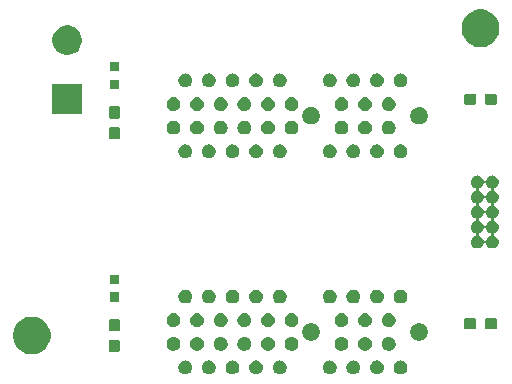
<source format=gbr>
G04 #@! TF.GenerationSoftware,KiCad,Pcbnew,5.0.2+dfsg1-1*
G04 #@! TF.CreationDate,2021-07-01T00:07:39-05:00*
G04 #@! TF.ProjectId,backplane,6261636b-706c-4616-9e65-2e6b69636164,rev?*
G04 #@! TF.SameCoordinates,Original*
G04 #@! TF.FileFunction,Soldermask,Top*
G04 #@! TF.FilePolarity,Negative*
%FSLAX46Y46*%
G04 Gerber Fmt 4.6, Leading zero omitted, Abs format (unit mm)*
G04 Created by KiCad (PCBNEW 5.0.2+dfsg1-1) date Thu 01 Jul 2021 12:07:39 AM CDT*
%MOMM*%
%LPD*%
G01*
G04 APERTURE LIST*
%ADD10C,0.100000*%
G04 APERTURE END LIST*
D10*
G36*
X147310757Y-84121414D02*
X147395406Y-84138251D01*
X147501724Y-84182289D01*
X147596976Y-84245935D01*
X147597410Y-84246225D01*
X147678777Y-84327592D01*
X147678779Y-84327595D01*
X147742713Y-84423278D01*
X147786751Y-84529596D01*
X147809201Y-84642462D01*
X147809201Y-84757540D01*
X147786751Y-84870406D01*
X147742713Y-84976724D01*
X147679067Y-85071976D01*
X147678777Y-85072410D01*
X147597410Y-85153777D01*
X147597407Y-85153779D01*
X147501724Y-85217713D01*
X147395406Y-85261751D01*
X147310756Y-85278589D01*
X147282541Y-85284201D01*
X147167461Y-85284201D01*
X147139246Y-85278589D01*
X147054596Y-85261751D01*
X146948278Y-85217713D01*
X146852595Y-85153779D01*
X146852592Y-85153777D01*
X146771225Y-85072410D01*
X146770935Y-85071976D01*
X146707289Y-84976724D01*
X146663251Y-84870406D01*
X146640801Y-84757540D01*
X146640801Y-84642462D01*
X146663251Y-84529596D01*
X146707289Y-84423278D01*
X146771223Y-84327595D01*
X146771225Y-84327592D01*
X146852592Y-84246225D01*
X146853026Y-84245935D01*
X146948278Y-84182289D01*
X147054596Y-84138251D01*
X147139245Y-84121414D01*
X147167461Y-84115801D01*
X147282541Y-84115801D01*
X147310757Y-84121414D01*
X147310757Y-84121414D01*
G37*
G36*
X145310756Y-84121414D02*
X145395405Y-84138251D01*
X145501723Y-84182289D01*
X145596975Y-84245935D01*
X145597409Y-84246225D01*
X145678776Y-84327592D01*
X145678778Y-84327595D01*
X145742712Y-84423278D01*
X145786750Y-84529596D01*
X145809200Y-84642462D01*
X145809200Y-84757540D01*
X145786750Y-84870406D01*
X145742712Y-84976724D01*
X145679066Y-85071976D01*
X145678776Y-85072410D01*
X145597409Y-85153777D01*
X145597406Y-85153779D01*
X145501723Y-85217713D01*
X145395405Y-85261751D01*
X145310755Y-85278589D01*
X145282540Y-85284201D01*
X145167460Y-85284201D01*
X145139245Y-85278589D01*
X145054595Y-85261751D01*
X144948277Y-85217713D01*
X144852594Y-85153779D01*
X144852591Y-85153777D01*
X144771224Y-85072410D01*
X144770934Y-85071976D01*
X144707288Y-84976724D01*
X144663250Y-84870406D01*
X144640800Y-84757540D01*
X144640800Y-84642462D01*
X144663250Y-84529596D01*
X144707288Y-84423278D01*
X144771222Y-84327595D01*
X144771224Y-84327592D01*
X144852591Y-84246225D01*
X144853025Y-84245935D01*
X144948277Y-84182289D01*
X145054595Y-84138251D01*
X145139244Y-84121414D01*
X145167460Y-84115801D01*
X145282540Y-84115801D01*
X145310756Y-84121414D01*
X145310756Y-84121414D01*
G37*
G36*
X129085756Y-84121414D02*
X129170405Y-84138251D01*
X129276723Y-84182289D01*
X129371975Y-84245935D01*
X129372409Y-84246225D01*
X129453776Y-84327592D01*
X129453778Y-84327595D01*
X129517712Y-84423278D01*
X129561750Y-84529596D01*
X129584200Y-84642462D01*
X129584200Y-84757540D01*
X129561750Y-84870406D01*
X129517712Y-84976724D01*
X129454066Y-85071976D01*
X129453776Y-85072410D01*
X129372409Y-85153777D01*
X129372406Y-85153779D01*
X129276723Y-85217713D01*
X129170405Y-85261751D01*
X129085755Y-85278589D01*
X129057540Y-85284201D01*
X128942460Y-85284201D01*
X128914245Y-85278589D01*
X128829595Y-85261751D01*
X128723277Y-85217713D01*
X128627594Y-85153779D01*
X128627591Y-85153777D01*
X128546224Y-85072410D01*
X128545934Y-85071976D01*
X128482288Y-84976724D01*
X128438250Y-84870406D01*
X128415800Y-84757540D01*
X128415800Y-84642462D01*
X128438250Y-84529596D01*
X128482288Y-84423278D01*
X128546222Y-84327595D01*
X128546224Y-84327592D01*
X128627591Y-84246225D01*
X128628025Y-84245935D01*
X128723277Y-84182289D01*
X128829595Y-84138251D01*
X128914244Y-84121414D01*
X128942460Y-84115801D01*
X129057540Y-84115801D01*
X129085756Y-84121414D01*
X129085756Y-84121414D01*
G37*
G36*
X131085755Y-84121414D02*
X131170404Y-84138251D01*
X131276722Y-84182289D01*
X131371974Y-84245935D01*
X131372408Y-84246225D01*
X131453775Y-84327592D01*
X131453777Y-84327595D01*
X131517711Y-84423278D01*
X131561749Y-84529596D01*
X131584199Y-84642462D01*
X131584199Y-84757540D01*
X131561749Y-84870406D01*
X131517711Y-84976724D01*
X131454065Y-85071976D01*
X131453775Y-85072410D01*
X131372408Y-85153777D01*
X131372405Y-85153779D01*
X131276722Y-85217713D01*
X131170404Y-85261751D01*
X131085754Y-85278589D01*
X131057539Y-85284201D01*
X130942459Y-85284201D01*
X130914244Y-85278589D01*
X130829594Y-85261751D01*
X130723276Y-85217713D01*
X130627593Y-85153779D01*
X130627590Y-85153777D01*
X130546223Y-85072410D01*
X130545933Y-85071976D01*
X130482287Y-84976724D01*
X130438249Y-84870406D01*
X130415799Y-84757540D01*
X130415799Y-84642462D01*
X130438249Y-84529596D01*
X130482287Y-84423278D01*
X130546221Y-84327595D01*
X130546223Y-84327592D01*
X130627590Y-84246225D01*
X130628024Y-84245935D01*
X130723276Y-84182289D01*
X130829594Y-84138251D01*
X130914243Y-84121414D01*
X130942459Y-84115801D01*
X131057539Y-84115801D01*
X131085755Y-84121414D01*
X131085755Y-84121414D01*
G37*
G36*
X133085756Y-84121414D02*
X133170405Y-84138251D01*
X133276723Y-84182289D01*
X133371975Y-84245935D01*
X133372409Y-84246225D01*
X133453776Y-84327592D01*
X133453778Y-84327595D01*
X133517712Y-84423278D01*
X133561750Y-84529596D01*
X133584200Y-84642462D01*
X133584200Y-84757540D01*
X133561750Y-84870406D01*
X133517712Y-84976724D01*
X133454066Y-85071976D01*
X133453776Y-85072410D01*
X133372409Y-85153777D01*
X133372406Y-85153779D01*
X133276723Y-85217713D01*
X133170405Y-85261751D01*
X133085755Y-85278589D01*
X133057540Y-85284201D01*
X132942460Y-85284201D01*
X132914245Y-85278589D01*
X132829595Y-85261751D01*
X132723277Y-85217713D01*
X132627594Y-85153779D01*
X132627591Y-85153777D01*
X132546224Y-85072410D01*
X132545934Y-85071976D01*
X132482288Y-84976724D01*
X132438250Y-84870406D01*
X132415800Y-84757540D01*
X132415800Y-84642462D01*
X132438250Y-84529596D01*
X132482288Y-84423278D01*
X132546222Y-84327595D01*
X132546224Y-84327592D01*
X132627591Y-84246225D01*
X132628025Y-84245935D01*
X132723277Y-84182289D01*
X132829595Y-84138251D01*
X132914244Y-84121414D01*
X132942460Y-84115801D01*
X133057540Y-84115801D01*
X133085756Y-84121414D01*
X133085756Y-84121414D01*
G37*
G36*
X137085755Y-84121414D02*
X137170404Y-84138251D01*
X137276722Y-84182289D01*
X137371974Y-84245935D01*
X137372408Y-84246225D01*
X137453775Y-84327592D01*
X137453777Y-84327595D01*
X137517711Y-84423278D01*
X137561749Y-84529596D01*
X137584199Y-84642462D01*
X137584199Y-84757540D01*
X137561749Y-84870406D01*
X137517711Y-84976724D01*
X137454065Y-85071976D01*
X137453775Y-85072410D01*
X137372408Y-85153777D01*
X137372405Y-85153779D01*
X137276722Y-85217713D01*
X137170404Y-85261751D01*
X137085754Y-85278589D01*
X137057539Y-85284201D01*
X136942459Y-85284201D01*
X136914244Y-85278589D01*
X136829594Y-85261751D01*
X136723276Y-85217713D01*
X136627593Y-85153779D01*
X136627590Y-85153777D01*
X136546223Y-85072410D01*
X136545933Y-85071976D01*
X136482287Y-84976724D01*
X136438249Y-84870406D01*
X136415799Y-84757540D01*
X136415799Y-84642462D01*
X136438249Y-84529596D01*
X136482287Y-84423278D01*
X136546221Y-84327595D01*
X136546223Y-84327592D01*
X136627590Y-84246225D01*
X136628024Y-84245935D01*
X136723276Y-84182289D01*
X136829594Y-84138251D01*
X136914243Y-84121414D01*
X136942459Y-84115801D01*
X137057539Y-84115801D01*
X137085755Y-84121414D01*
X137085755Y-84121414D01*
G37*
G36*
X141310756Y-84121414D02*
X141395405Y-84138251D01*
X141501723Y-84182289D01*
X141596975Y-84245935D01*
X141597409Y-84246225D01*
X141678776Y-84327592D01*
X141678778Y-84327595D01*
X141742712Y-84423278D01*
X141786750Y-84529596D01*
X141809200Y-84642462D01*
X141809200Y-84757540D01*
X141786750Y-84870406D01*
X141742712Y-84976724D01*
X141679066Y-85071976D01*
X141678776Y-85072410D01*
X141597409Y-85153777D01*
X141597406Y-85153779D01*
X141501723Y-85217713D01*
X141395405Y-85261751D01*
X141310755Y-85278589D01*
X141282540Y-85284201D01*
X141167460Y-85284201D01*
X141139245Y-85278589D01*
X141054595Y-85261751D01*
X140948277Y-85217713D01*
X140852594Y-85153779D01*
X140852591Y-85153777D01*
X140771224Y-85072410D01*
X140770934Y-85071976D01*
X140707288Y-84976724D01*
X140663250Y-84870406D01*
X140640800Y-84757540D01*
X140640800Y-84642462D01*
X140663250Y-84529596D01*
X140707288Y-84423278D01*
X140771222Y-84327595D01*
X140771224Y-84327592D01*
X140852591Y-84246225D01*
X140853025Y-84245935D01*
X140948277Y-84182289D01*
X141054595Y-84138251D01*
X141139244Y-84121414D01*
X141167460Y-84115801D01*
X141282540Y-84115801D01*
X141310756Y-84121414D01*
X141310756Y-84121414D01*
G37*
G36*
X143310755Y-84121414D02*
X143395404Y-84138251D01*
X143501722Y-84182289D01*
X143596974Y-84245935D01*
X143597408Y-84246225D01*
X143678775Y-84327592D01*
X143678777Y-84327595D01*
X143742711Y-84423278D01*
X143786749Y-84529596D01*
X143809199Y-84642462D01*
X143809199Y-84757540D01*
X143786749Y-84870406D01*
X143742711Y-84976724D01*
X143679065Y-85071976D01*
X143678775Y-85072410D01*
X143597408Y-85153777D01*
X143597405Y-85153779D01*
X143501722Y-85217713D01*
X143395404Y-85261751D01*
X143310754Y-85278589D01*
X143282539Y-85284201D01*
X143167459Y-85284201D01*
X143139244Y-85278589D01*
X143054594Y-85261751D01*
X142948276Y-85217713D01*
X142852593Y-85153779D01*
X142852590Y-85153777D01*
X142771223Y-85072410D01*
X142770933Y-85071976D01*
X142707287Y-84976724D01*
X142663249Y-84870406D01*
X142640799Y-84757540D01*
X142640799Y-84642462D01*
X142663249Y-84529596D01*
X142707287Y-84423278D01*
X142771221Y-84327595D01*
X142771223Y-84327592D01*
X142852590Y-84246225D01*
X142853024Y-84245935D01*
X142948276Y-84182289D01*
X143054594Y-84138251D01*
X143139243Y-84121414D01*
X143167459Y-84115801D01*
X143282539Y-84115801D01*
X143310755Y-84121414D01*
X143310755Y-84121414D01*
G37*
G36*
X135085757Y-84121414D02*
X135170406Y-84138251D01*
X135276724Y-84182289D01*
X135371976Y-84245935D01*
X135372410Y-84246225D01*
X135453777Y-84327592D01*
X135453779Y-84327595D01*
X135517713Y-84423278D01*
X135561751Y-84529596D01*
X135584201Y-84642462D01*
X135584201Y-84757540D01*
X135561751Y-84870406D01*
X135517713Y-84976724D01*
X135454067Y-85071976D01*
X135453777Y-85072410D01*
X135372410Y-85153777D01*
X135372407Y-85153779D01*
X135276724Y-85217713D01*
X135170406Y-85261751D01*
X135085756Y-85278589D01*
X135057541Y-85284201D01*
X134942461Y-85284201D01*
X134914246Y-85278589D01*
X134829596Y-85261751D01*
X134723278Y-85217713D01*
X134627595Y-85153779D01*
X134627592Y-85153777D01*
X134546225Y-85072410D01*
X134545935Y-85071976D01*
X134482289Y-84976724D01*
X134438251Y-84870406D01*
X134415801Y-84757540D01*
X134415801Y-84642462D01*
X134438251Y-84529596D01*
X134482289Y-84423278D01*
X134546223Y-84327595D01*
X134546225Y-84327592D01*
X134627592Y-84246225D01*
X134628026Y-84245935D01*
X134723278Y-84182289D01*
X134829596Y-84138251D01*
X134914245Y-84121414D01*
X134942461Y-84115801D01*
X135057541Y-84115801D01*
X135085757Y-84121414D01*
X135085757Y-84121414D01*
G37*
G36*
X116466703Y-80461486D02*
X116757883Y-80582097D01*
X117019944Y-80757201D01*
X117242799Y-80980056D01*
X117417903Y-81242117D01*
X117538514Y-81533297D01*
X117600000Y-81842412D01*
X117600000Y-82157588D01*
X117538514Y-82466703D01*
X117417903Y-82757883D01*
X117242799Y-83019944D01*
X117019944Y-83242799D01*
X116757883Y-83417903D01*
X116466703Y-83538514D01*
X116157588Y-83600000D01*
X115842412Y-83600000D01*
X115533297Y-83538514D01*
X115242117Y-83417903D01*
X114980056Y-83242799D01*
X114757201Y-83019944D01*
X114582097Y-82757883D01*
X114461486Y-82466703D01*
X114400000Y-82157588D01*
X114400000Y-81842412D01*
X114461486Y-81533297D01*
X114582097Y-81242117D01*
X114757201Y-80980056D01*
X114980056Y-80757201D01*
X115242117Y-80582097D01*
X115533297Y-80461486D01*
X115842412Y-80400000D01*
X116157588Y-80400000D01*
X116466703Y-80461486D01*
X116466703Y-80461486D01*
G37*
G36*
X123334024Y-82353955D02*
X123366736Y-82363879D01*
X123396890Y-82379997D01*
X123423316Y-82401684D01*
X123445003Y-82428110D01*
X123461121Y-82458264D01*
X123471045Y-82490976D01*
X123475000Y-82531138D01*
X123475000Y-83218862D01*
X123471045Y-83259024D01*
X123461121Y-83291736D01*
X123445003Y-83321890D01*
X123423316Y-83348316D01*
X123396890Y-83370003D01*
X123366736Y-83386121D01*
X123334024Y-83396045D01*
X123293862Y-83400000D01*
X122706138Y-83400000D01*
X122665976Y-83396045D01*
X122633264Y-83386121D01*
X122603110Y-83370003D01*
X122576684Y-83348316D01*
X122554997Y-83321890D01*
X122538879Y-83291736D01*
X122528955Y-83259024D01*
X122525000Y-83218862D01*
X122525000Y-82531138D01*
X122528955Y-82490976D01*
X122538879Y-82458264D01*
X122554997Y-82428110D01*
X122576684Y-82401684D01*
X122603110Y-82379997D01*
X122633264Y-82363879D01*
X122665976Y-82353955D01*
X122706138Y-82350000D01*
X123293862Y-82350000D01*
X123334024Y-82353955D01*
X123334024Y-82353955D01*
G37*
G36*
X134085756Y-82121413D02*
X134170405Y-82138250D01*
X134276723Y-82182288D01*
X134371975Y-82245934D01*
X134372409Y-82246224D01*
X134453776Y-82327591D01*
X134453778Y-82327594D01*
X134517712Y-82423277D01*
X134561750Y-82529595D01*
X134573268Y-82587500D01*
X134584200Y-82642460D01*
X134584200Y-82757540D01*
X134578588Y-82785755D01*
X134561750Y-82870405D01*
X134517712Y-82976723D01*
X134488834Y-83019941D01*
X134453776Y-83072409D01*
X134372409Y-83153776D01*
X134372406Y-83153778D01*
X134276723Y-83217712D01*
X134170405Y-83261750D01*
X134085755Y-83278588D01*
X134057540Y-83284200D01*
X133942460Y-83284200D01*
X133914245Y-83278588D01*
X133829595Y-83261750D01*
X133723277Y-83217712D01*
X133627594Y-83153778D01*
X133627591Y-83153776D01*
X133546224Y-83072409D01*
X133511166Y-83019941D01*
X133482288Y-82976723D01*
X133438250Y-82870405D01*
X133421413Y-82785756D01*
X133415800Y-82757540D01*
X133415800Y-82642460D01*
X133426732Y-82587500D01*
X133438250Y-82529595D01*
X133482288Y-82423277D01*
X133546222Y-82327594D01*
X133546224Y-82327591D01*
X133627591Y-82246224D01*
X133628025Y-82245934D01*
X133723277Y-82182288D01*
X133829595Y-82138250D01*
X133914244Y-82121413D01*
X133942460Y-82115800D01*
X134057540Y-82115800D01*
X134085756Y-82121413D01*
X134085756Y-82121413D01*
G37*
G36*
X128085755Y-82121413D02*
X128170404Y-82138250D01*
X128276722Y-82182288D01*
X128371974Y-82245934D01*
X128372408Y-82246224D01*
X128453775Y-82327591D01*
X128453777Y-82327594D01*
X128517711Y-82423277D01*
X128561749Y-82529595D01*
X128573267Y-82587500D01*
X128584199Y-82642460D01*
X128584199Y-82757540D01*
X128578587Y-82785755D01*
X128561749Y-82870405D01*
X128517711Y-82976723D01*
X128488833Y-83019941D01*
X128453775Y-83072409D01*
X128372408Y-83153776D01*
X128372405Y-83153778D01*
X128276722Y-83217712D01*
X128170404Y-83261750D01*
X128085754Y-83278588D01*
X128057539Y-83284200D01*
X127942459Y-83284200D01*
X127914244Y-83278588D01*
X127829594Y-83261750D01*
X127723276Y-83217712D01*
X127627593Y-83153778D01*
X127627590Y-83153776D01*
X127546223Y-83072409D01*
X127511165Y-83019941D01*
X127482287Y-82976723D01*
X127438249Y-82870405D01*
X127421412Y-82785756D01*
X127415799Y-82757540D01*
X127415799Y-82642460D01*
X127426731Y-82587500D01*
X127438249Y-82529595D01*
X127482287Y-82423277D01*
X127546221Y-82327594D01*
X127546223Y-82327591D01*
X127627590Y-82246224D01*
X127628024Y-82245934D01*
X127723276Y-82182288D01*
X127829594Y-82138250D01*
X127914243Y-82121413D01*
X127942459Y-82115800D01*
X128057539Y-82115800D01*
X128085755Y-82121413D01*
X128085755Y-82121413D01*
G37*
G36*
X130085757Y-82121413D02*
X130170406Y-82138250D01*
X130276724Y-82182288D01*
X130371976Y-82245934D01*
X130372410Y-82246224D01*
X130453777Y-82327591D01*
X130453779Y-82327594D01*
X130517713Y-82423277D01*
X130561751Y-82529595D01*
X130573269Y-82587500D01*
X130584201Y-82642460D01*
X130584201Y-82757540D01*
X130578589Y-82785755D01*
X130561751Y-82870405D01*
X130517713Y-82976723D01*
X130488835Y-83019941D01*
X130453777Y-83072409D01*
X130372410Y-83153776D01*
X130372407Y-83153778D01*
X130276724Y-83217712D01*
X130170406Y-83261750D01*
X130085756Y-83278588D01*
X130057541Y-83284200D01*
X129942461Y-83284200D01*
X129914246Y-83278588D01*
X129829596Y-83261750D01*
X129723278Y-83217712D01*
X129627595Y-83153778D01*
X129627592Y-83153776D01*
X129546225Y-83072409D01*
X129511167Y-83019941D01*
X129482289Y-82976723D01*
X129438251Y-82870405D01*
X129421414Y-82785756D01*
X129415801Y-82757540D01*
X129415801Y-82642460D01*
X129426733Y-82587500D01*
X129438251Y-82529595D01*
X129482289Y-82423277D01*
X129546223Y-82327594D01*
X129546225Y-82327591D01*
X129627592Y-82246224D01*
X129628026Y-82245934D01*
X129723278Y-82182288D01*
X129829596Y-82138250D01*
X129914245Y-82121413D01*
X129942461Y-82115800D01*
X130057541Y-82115800D01*
X130085757Y-82121413D01*
X130085757Y-82121413D01*
G37*
G36*
X146310757Y-82121413D02*
X146395406Y-82138250D01*
X146501724Y-82182288D01*
X146596976Y-82245934D01*
X146597410Y-82246224D01*
X146678777Y-82327591D01*
X146678779Y-82327594D01*
X146742713Y-82423277D01*
X146786751Y-82529595D01*
X146798269Y-82587500D01*
X146809201Y-82642460D01*
X146809201Y-82757540D01*
X146803589Y-82785755D01*
X146786751Y-82870405D01*
X146742713Y-82976723D01*
X146713835Y-83019941D01*
X146678777Y-83072409D01*
X146597410Y-83153776D01*
X146597407Y-83153778D01*
X146501724Y-83217712D01*
X146395406Y-83261750D01*
X146310756Y-83278588D01*
X146282541Y-83284200D01*
X146167461Y-83284200D01*
X146139246Y-83278588D01*
X146054596Y-83261750D01*
X145948278Y-83217712D01*
X145852595Y-83153778D01*
X145852592Y-83153776D01*
X145771225Y-83072409D01*
X145736167Y-83019941D01*
X145707289Y-82976723D01*
X145663251Y-82870405D01*
X145646414Y-82785756D01*
X145640801Y-82757540D01*
X145640801Y-82642460D01*
X145651733Y-82587500D01*
X145663251Y-82529595D01*
X145707289Y-82423277D01*
X145771223Y-82327594D01*
X145771225Y-82327591D01*
X145852592Y-82246224D01*
X145853026Y-82245934D01*
X145948278Y-82182288D01*
X146054596Y-82138250D01*
X146139245Y-82121413D01*
X146167461Y-82115800D01*
X146282541Y-82115800D01*
X146310757Y-82121413D01*
X146310757Y-82121413D01*
G37*
G36*
X132085755Y-82121413D02*
X132170404Y-82138250D01*
X132276722Y-82182288D01*
X132371974Y-82245934D01*
X132372408Y-82246224D01*
X132453775Y-82327591D01*
X132453777Y-82327594D01*
X132517711Y-82423277D01*
X132561749Y-82529595D01*
X132573267Y-82587500D01*
X132584199Y-82642460D01*
X132584199Y-82757540D01*
X132578587Y-82785755D01*
X132561749Y-82870405D01*
X132517711Y-82976723D01*
X132488833Y-83019941D01*
X132453775Y-83072409D01*
X132372408Y-83153776D01*
X132372405Y-83153778D01*
X132276722Y-83217712D01*
X132170404Y-83261750D01*
X132085754Y-83278588D01*
X132057539Y-83284200D01*
X131942459Y-83284200D01*
X131914244Y-83278588D01*
X131829594Y-83261750D01*
X131723276Y-83217712D01*
X131627593Y-83153778D01*
X131627590Y-83153776D01*
X131546223Y-83072409D01*
X131511165Y-83019941D01*
X131482287Y-82976723D01*
X131438249Y-82870405D01*
X131421412Y-82785756D01*
X131415799Y-82757540D01*
X131415799Y-82642460D01*
X131426731Y-82587500D01*
X131438249Y-82529595D01*
X131482287Y-82423277D01*
X131546221Y-82327594D01*
X131546223Y-82327591D01*
X131627590Y-82246224D01*
X131628024Y-82245934D01*
X131723276Y-82182288D01*
X131829594Y-82138250D01*
X131914243Y-82121413D01*
X131942459Y-82115800D01*
X132057539Y-82115800D01*
X132085755Y-82121413D01*
X132085755Y-82121413D01*
G37*
G36*
X144310755Y-82121413D02*
X144395404Y-82138250D01*
X144501722Y-82182288D01*
X144596974Y-82245934D01*
X144597408Y-82246224D01*
X144678775Y-82327591D01*
X144678777Y-82327594D01*
X144742711Y-82423277D01*
X144786749Y-82529595D01*
X144798267Y-82587500D01*
X144809199Y-82642460D01*
X144809199Y-82757540D01*
X144803587Y-82785755D01*
X144786749Y-82870405D01*
X144742711Y-82976723D01*
X144713833Y-83019941D01*
X144678775Y-83072409D01*
X144597408Y-83153776D01*
X144597405Y-83153778D01*
X144501722Y-83217712D01*
X144395404Y-83261750D01*
X144310754Y-83278588D01*
X144282539Y-83284200D01*
X144167459Y-83284200D01*
X144139244Y-83278588D01*
X144054594Y-83261750D01*
X143948276Y-83217712D01*
X143852593Y-83153778D01*
X143852590Y-83153776D01*
X143771223Y-83072409D01*
X143736165Y-83019941D01*
X143707287Y-82976723D01*
X143663249Y-82870405D01*
X143646412Y-82785756D01*
X143640799Y-82757540D01*
X143640799Y-82642460D01*
X143651731Y-82587500D01*
X143663249Y-82529595D01*
X143707287Y-82423277D01*
X143771221Y-82327594D01*
X143771223Y-82327591D01*
X143852590Y-82246224D01*
X143853024Y-82245934D01*
X143948276Y-82182288D01*
X144054594Y-82138250D01*
X144139243Y-82121413D01*
X144167459Y-82115800D01*
X144282539Y-82115800D01*
X144310755Y-82121413D01*
X144310755Y-82121413D01*
G37*
G36*
X136085755Y-82121413D02*
X136170404Y-82138250D01*
X136276722Y-82182288D01*
X136371974Y-82245934D01*
X136372408Y-82246224D01*
X136453775Y-82327591D01*
X136453777Y-82327594D01*
X136517711Y-82423277D01*
X136561749Y-82529595D01*
X136573267Y-82587500D01*
X136584199Y-82642460D01*
X136584199Y-82757540D01*
X136578587Y-82785755D01*
X136561749Y-82870405D01*
X136517711Y-82976723D01*
X136488833Y-83019941D01*
X136453775Y-83072409D01*
X136372408Y-83153776D01*
X136372405Y-83153778D01*
X136276722Y-83217712D01*
X136170404Y-83261750D01*
X136085754Y-83278588D01*
X136057539Y-83284200D01*
X135942459Y-83284200D01*
X135914244Y-83278588D01*
X135829594Y-83261750D01*
X135723276Y-83217712D01*
X135627593Y-83153778D01*
X135627590Y-83153776D01*
X135546223Y-83072409D01*
X135511165Y-83019941D01*
X135482287Y-82976723D01*
X135438249Y-82870405D01*
X135421412Y-82785756D01*
X135415799Y-82757540D01*
X135415799Y-82642460D01*
X135426731Y-82587500D01*
X135438249Y-82529595D01*
X135482287Y-82423277D01*
X135546221Y-82327594D01*
X135546223Y-82327591D01*
X135627590Y-82246224D01*
X135628024Y-82245934D01*
X135723276Y-82182288D01*
X135829594Y-82138250D01*
X135914243Y-82121413D01*
X135942459Y-82115800D01*
X136057539Y-82115800D01*
X136085755Y-82121413D01*
X136085755Y-82121413D01*
G37*
G36*
X142310757Y-82121413D02*
X142395406Y-82138250D01*
X142501724Y-82182288D01*
X142596976Y-82245934D01*
X142597410Y-82246224D01*
X142678777Y-82327591D01*
X142678779Y-82327594D01*
X142742713Y-82423277D01*
X142786751Y-82529595D01*
X142798269Y-82587500D01*
X142809201Y-82642460D01*
X142809201Y-82757540D01*
X142803589Y-82785755D01*
X142786751Y-82870405D01*
X142742713Y-82976723D01*
X142713835Y-83019941D01*
X142678777Y-83072409D01*
X142597410Y-83153776D01*
X142597407Y-83153778D01*
X142501724Y-83217712D01*
X142395406Y-83261750D01*
X142310756Y-83278588D01*
X142282541Y-83284200D01*
X142167461Y-83284200D01*
X142139246Y-83278588D01*
X142054596Y-83261750D01*
X141948278Y-83217712D01*
X141852595Y-83153778D01*
X141852592Y-83153776D01*
X141771225Y-83072409D01*
X141736167Y-83019941D01*
X141707289Y-82976723D01*
X141663251Y-82870405D01*
X141646414Y-82785756D01*
X141640801Y-82757540D01*
X141640801Y-82642460D01*
X141651733Y-82587500D01*
X141663251Y-82529595D01*
X141707289Y-82423277D01*
X141771223Y-82327594D01*
X141771225Y-82327591D01*
X141852592Y-82246224D01*
X141853026Y-82245934D01*
X141948278Y-82182288D01*
X142054596Y-82138250D01*
X142139245Y-82121413D01*
X142167461Y-82115800D01*
X142282541Y-82115800D01*
X142310757Y-82121413D01*
X142310757Y-82121413D01*
G37*
G36*
X138085756Y-82121413D02*
X138170405Y-82138250D01*
X138276723Y-82182288D01*
X138371975Y-82245934D01*
X138372409Y-82246224D01*
X138453776Y-82327591D01*
X138453778Y-82327594D01*
X138517712Y-82423277D01*
X138561750Y-82529595D01*
X138573268Y-82587500D01*
X138584200Y-82642460D01*
X138584200Y-82757540D01*
X138578588Y-82785755D01*
X138561750Y-82870405D01*
X138517712Y-82976723D01*
X138488834Y-83019941D01*
X138453776Y-83072409D01*
X138372409Y-83153776D01*
X138372406Y-83153778D01*
X138276723Y-83217712D01*
X138170405Y-83261750D01*
X138085755Y-83278588D01*
X138057540Y-83284200D01*
X137942460Y-83284200D01*
X137914245Y-83278588D01*
X137829595Y-83261750D01*
X137723277Y-83217712D01*
X137627594Y-83153778D01*
X137627591Y-83153776D01*
X137546224Y-83072409D01*
X137511166Y-83019941D01*
X137482288Y-82976723D01*
X137438250Y-82870405D01*
X137421413Y-82785756D01*
X137415800Y-82757540D01*
X137415800Y-82642460D01*
X137426732Y-82587500D01*
X137438250Y-82529595D01*
X137482288Y-82423277D01*
X137546222Y-82327594D01*
X137546224Y-82327591D01*
X137627591Y-82246224D01*
X137628025Y-82245934D01*
X137723277Y-82182288D01*
X137829595Y-82138250D01*
X137914244Y-82121413D01*
X137942460Y-82115800D01*
X138057540Y-82115800D01*
X138085756Y-82121413D01*
X138085756Y-82121413D01*
G37*
G36*
X139789523Y-80976722D02*
X139864858Y-80991707D01*
X139931885Y-81019471D01*
X139998912Y-81047234D01*
X140119556Y-81127846D01*
X140222154Y-81230444D01*
X140302766Y-81351088D01*
X140330529Y-81418115D01*
X140352454Y-81471045D01*
X140358293Y-81485143D01*
X140386600Y-81627450D01*
X140386600Y-81772550D01*
X140358293Y-81914857D01*
X140302766Y-82048912D01*
X140222154Y-82169556D01*
X140119556Y-82272154D01*
X139998912Y-82352766D01*
X139933170Y-82379997D01*
X139864858Y-82408293D01*
X139808205Y-82419562D01*
X139722550Y-82436600D01*
X139577450Y-82436600D01*
X139491795Y-82419562D01*
X139435142Y-82408293D01*
X139366830Y-82379997D01*
X139301088Y-82352766D01*
X139180444Y-82272154D01*
X139077846Y-82169556D01*
X138997234Y-82048912D01*
X138941707Y-81914857D01*
X138913400Y-81772550D01*
X138913400Y-81627450D01*
X138941707Y-81485143D01*
X138947547Y-81471045D01*
X138969471Y-81418115D01*
X138997234Y-81351088D01*
X139077846Y-81230444D01*
X139180444Y-81127846D01*
X139301088Y-81047234D01*
X139368115Y-81019471D01*
X139435142Y-80991707D01*
X139510477Y-80976722D01*
X139577450Y-80963400D01*
X139722550Y-80963400D01*
X139789523Y-80976722D01*
X139789523Y-80976722D01*
G37*
G36*
X148939523Y-80976722D02*
X149014858Y-80991707D01*
X149081885Y-81019471D01*
X149148912Y-81047234D01*
X149269556Y-81127846D01*
X149372154Y-81230444D01*
X149452766Y-81351088D01*
X149480529Y-81418115D01*
X149502454Y-81471045D01*
X149508293Y-81485143D01*
X149536600Y-81627450D01*
X149536600Y-81772550D01*
X149508293Y-81914857D01*
X149452766Y-82048912D01*
X149372154Y-82169556D01*
X149269556Y-82272154D01*
X149148912Y-82352766D01*
X149083170Y-82379997D01*
X149014858Y-82408293D01*
X148958205Y-82419562D01*
X148872550Y-82436600D01*
X148727450Y-82436600D01*
X148641795Y-82419562D01*
X148585142Y-82408293D01*
X148516830Y-82379997D01*
X148451088Y-82352766D01*
X148330444Y-82272154D01*
X148227846Y-82169556D01*
X148147234Y-82048912D01*
X148091707Y-81914857D01*
X148063400Y-81772550D01*
X148063400Y-81627450D01*
X148091707Y-81485143D01*
X148097547Y-81471045D01*
X148119471Y-81418115D01*
X148147234Y-81351088D01*
X148227846Y-81230444D01*
X148330444Y-81127846D01*
X148451088Y-81047234D01*
X148518115Y-81019471D01*
X148585142Y-80991707D01*
X148660477Y-80976722D01*
X148727450Y-80963400D01*
X148872550Y-80963400D01*
X148939523Y-80976722D01*
X148939523Y-80976722D01*
G37*
G36*
X123334024Y-80603955D02*
X123366736Y-80613879D01*
X123396890Y-80629997D01*
X123423316Y-80651684D01*
X123445003Y-80678110D01*
X123461121Y-80708264D01*
X123471045Y-80740976D01*
X123475000Y-80781138D01*
X123475000Y-81468862D01*
X123471045Y-81509024D01*
X123461121Y-81541736D01*
X123445003Y-81571890D01*
X123423316Y-81598316D01*
X123396890Y-81620003D01*
X123366736Y-81636121D01*
X123334024Y-81646045D01*
X123293862Y-81650000D01*
X122706138Y-81650000D01*
X122665976Y-81646045D01*
X122633264Y-81636121D01*
X122603110Y-81620003D01*
X122576684Y-81598316D01*
X122554997Y-81571890D01*
X122538879Y-81541736D01*
X122528955Y-81509024D01*
X122525000Y-81468862D01*
X122525000Y-80781138D01*
X122528955Y-80740976D01*
X122538879Y-80708264D01*
X122554997Y-80678110D01*
X122576684Y-80651684D01*
X122603110Y-80629997D01*
X122633264Y-80613879D01*
X122665976Y-80603955D01*
X122706138Y-80600000D01*
X123293862Y-80600000D01*
X123334024Y-80603955D01*
X123334024Y-80603955D01*
G37*
G36*
X153509024Y-80528955D02*
X153541736Y-80538879D01*
X153571890Y-80554997D01*
X153598316Y-80576684D01*
X153620003Y-80603110D01*
X153636121Y-80633264D01*
X153646045Y-80665976D01*
X153650000Y-80706138D01*
X153650000Y-81293862D01*
X153646045Y-81334024D01*
X153636121Y-81366736D01*
X153620003Y-81396890D01*
X153598316Y-81423316D01*
X153571890Y-81445003D01*
X153541736Y-81461121D01*
X153509024Y-81471045D01*
X153468862Y-81475000D01*
X152781138Y-81475000D01*
X152740976Y-81471045D01*
X152708264Y-81461121D01*
X152678110Y-81445003D01*
X152651684Y-81423316D01*
X152629997Y-81396890D01*
X152613879Y-81366736D01*
X152603955Y-81334024D01*
X152600000Y-81293862D01*
X152600000Y-80706138D01*
X152603955Y-80665976D01*
X152613879Y-80633264D01*
X152629997Y-80603110D01*
X152651684Y-80576684D01*
X152678110Y-80554997D01*
X152708264Y-80538879D01*
X152740976Y-80528955D01*
X152781138Y-80525000D01*
X153468862Y-80525000D01*
X153509024Y-80528955D01*
X153509024Y-80528955D01*
G37*
G36*
X155259024Y-80528955D02*
X155291736Y-80538879D01*
X155321890Y-80554997D01*
X155348316Y-80576684D01*
X155370003Y-80603110D01*
X155386121Y-80633264D01*
X155396045Y-80665976D01*
X155400000Y-80706138D01*
X155400000Y-81293862D01*
X155396045Y-81334024D01*
X155386121Y-81366736D01*
X155370003Y-81396890D01*
X155348316Y-81423316D01*
X155321890Y-81445003D01*
X155291736Y-81461121D01*
X155259024Y-81471045D01*
X155218862Y-81475000D01*
X154531138Y-81475000D01*
X154490976Y-81471045D01*
X154458264Y-81461121D01*
X154428110Y-81445003D01*
X154401684Y-81423316D01*
X154379997Y-81396890D01*
X154363879Y-81366736D01*
X154353955Y-81334024D01*
X154350000Y-81293862D01*
X154350000Y-80706138D01*
X154353955Y-80665976D01*
X154363879Y-80633264D01*
X154379997Y-80603110D01*
X154401684Y-80576684D01*
X154428110Y-80554997D01*
X154458264Y-80538879D01*
X154490976Y-80528955D01*
X154531138Y-80525000D01*
X155218862Y-80525000D01*
X155259024Y-80528955D01*
X155259024Y-80528955D01*
G37*
G36*
X146310756Y-80121411D02*
X146395406Y-80138249D01*
X146501724Y-80182287D01*
X146596976Y-80245933D01*
X146597410Y-80246223D01*
X146678777Y-80327590D01*
X146678779Y-80327593D01*
X146742713Y-80423276D01*
X146786751Y-80529594D01*
X146797194Y-80582097D01*
X146806833Y-80630552D01*
X146809201Y-80642460D01*
X146809201Y-80757538D01*
X146786751Y-80870404D01*
X146742713Y-80976722D01*
X146695598Y-81047234D01*
X146678777Y-81072408D01*
X146597410Y-81153775D01*
X146597407Y-81153777D01*
X146501724Y-81217711D01*
X146395406Y-81261749D01*
X146310756Y-81278587D01*
X146282541Y-81284199D01*
X146167461Y-81284199D01*
X146139246Y-81278587D01*
X146054596Y-81261749D01*
X145948278Y-81217711D01*
X145852595Y-81153777D01*
X145852592Y-81153775D01*
X145771225Y-81072408D01*
X145754404Y-81047234D01*
X145707289Y-80976722D01*
X145663251Y-80870404D01*
X145640801Y-80757538D01*
X145640801Y-80642460D01*
X145643170Y-80630552D01*
X145652808Y-80582097D01*
X145663251Y-80529594D01*
X145707289Y-80423276D01*
X145771223Y-80327593D01*
X145771225Y-80327590D01*
X145852592Y-80246223D01*
X145853026Y-80245933D01*
X145948278Y-80182287D01*
X146054596Y-80138249D01*
X146139246Y-80121411D01*
X146167461Y-80115799D01*
X146282541Y-80115799D01*
X146310756Y-80121411D01*
X146310756Y-80121411D01*
G37*
G36*
X144310755Y-80121411D02*
X144395405Y-80138249D01*
X144501723Y-80182287D01*
X144596975Y-80245933D01*
X144597409Y-80246223D01*
X144678776Y-80327590D01*
X144678778Y-80327593D01*
X144742712Y-80423276D01*
X144786750Y-80529594D01*
X144797193Y-80582097D01*
X144806832Y-80630552D01*
X144809200Y-80642460D01*
X144809200Y-80757538D01*
X144786750Y-80870404D01*
X144742712Y-80976722D01*
X144695597Y-81047234D01*
X144678776Y-81072408D01*
X144597409Y-81153775D01*
X144597406Y-81153777D01*
X144501723Y-81217711D01*
X144395405Y-81261749D01*
X144310755Y-81278587D01*
X144282540Y-81284199D01*
X144167460Y-81284199D01*
X144139245Y-81278587D01*
X144054595Y-81261749D01*
X143948277Y-81217711D01*
X143852594Y-81153777D01*
X143852591Y-81153775D01*
X143771224Y-81072408D01*
X143754403Y-81047234D01*
X143707288Y-80976722D01*
X143663250Y-80870404D01*
X143640800Y-80757538D01*
X143640800Y-80642460D01*
X143643169Y-80630552D01*
X143652807Y-80582097D01*
X143663250Y-80529594D01*
X143707288Y-80423276D01*
X143771222Y-80327593D01*
X143771224Y-80327590D01*
X143852591Y-80246223D01*
X143853025Y-80245933D01*
X143948277Y-80182287D01*
X144054595Y-80138249D01*
X144139245Y-80121411D01*
X144167460Y-80115799D01*
X144282540Y-80115799D01*
X144310755Y-80121411D01*
X144310755Y-80121411D01*
G37*
G36*
X142310754Y-80121411D02*
X142395404Y-80138249D01*
X142501722Y-80182287D01*
X142596974Y-80245933D01*
X142597408Y-80246223D01*
X142678775Y-80327590D01*
X142678777Y-80327593D01*
X142742711Y-80423276D01*
X142786749Y-80529594D01*
X142797192Y-80582097D01*
X142806831Y-80630552D01*
X142809199Y-80642460D01*
X142809199Y-80757538D01*
X142786749Y-80870404D01*
X142742711Y-80976722D01*
X142695596Y-81047234D01*
X142678775Y-81072408D01*
X142597408Y-81153775D01*
X142597405Y-81153777D01*
X142501722Y-81217711D01*
X142395404Y-81261749D01*
X142310754Y-81278587D01*
X142282539Y-81284199D01*
X142167459Y-81284199D01*
X142139244Y-81278587D01*
X142054594Y-81261749D01*
X141948276Y-81217711D01*
X141852593Y-81153777D01*
X141852590Y-81153775D01*
X141771223Y-81072408D01*
X141754402Y-81047234D01*
X141707287Y-80976722D01*
X141663249Y-80870404D01*
X141640799Y-80757538D01*
X141640799Y-80642460D01*
X141643168Y-80630552D01*
X141652806Y-80582097D01*
X141663249Y-80529594D01*
X141707287Y-80423276D01*
X141771221Y-80327593D01*
X141771223Y-80327590D01*
X141852590Y-80246223D01*
X141853024Y-80245933D01*
X141948276Y-80182287D01*
X142054594Y-80138249D01*
X142139244Y-80121411D01*
X142167459Y-80115799D01*
X142282539Y-80115799D01*
X142310754Y-80121411D01*
X142310754Y-80121411D01*
G37*
G36*
X138085755Y-80121411D02*
X138170405Y-80138249D01*
X138276723Y-80182287D01*
X138371975Y-80245933D01*
X138372409Y-80246223D01*
X138453776Y-80327590D01*
X138453778Y-80327593D01*
X138517712Y-80423276D01*
X138561750Y-80529594D01*
X138572193Y-80582097D01*
X138581832Y-80630552D01*
X138584200Y-80642460D01*
X138584200Y-80757538D01*
X138561750Y-80870404D01*
X138517712Y-80976722D01*
X138470597Y-81047234D01*
X138453776Y-81072408D01*
X138372409Y-81153775D01*
X138372406Y-81153777D01*
X138276723Y-81217711D01*
X138170405Y-81261749D01*
X138085755Y-81278587D01*
X138057540Y-81284199D01*
X137942460Y-81284199D01*
X137914245Y-81278587D01*
X137829595Y-81261749D01*
X137723277Y-81217711D01*
X137627594Y-81153777D01*
X137627591Y-81153775D01*
X137546224Y-81072408D01*
X137529403Y-81047234D01*
X137482288Y-80976722D01*
X137438250Y-80870404D01*
X137415800Y-80757538D01*
X137415800Y-80642460D01*
X137418169Y-80630552D01*
X137427807Y-80582097D01*
X137438250Y-80529594D01*
X137482288Y-80423276D01*
X137546222Y-80327593D01*
X137546224Y-80327590D01*
X137627591Y-80246223D01*
X137628025Y-80245933D01*
X137723277Y-80182287D01*
X137829595Y-80138249D01*
X137914245Y-80121411D01*
X137942460Y-80115799D01*
X138057540Y-80115799D01*
X138085755Y-80121411D01*
X138085755Y-80121411D01*
G37*
G36*
X136085754Y-80121411D02*
X136170404Y-80138249D01*
X136276722Y-80182287D01*
X136371974Y-80245933D01*
X136372408Y-80246223D01*
X136453775Y-80327590D01*
X136453777Y-80327593D01*
X136517711Y-80423276D01*
X136561749Y-80529594D01*
X136572192Y-80582097D01*
X136581831Y-80630552D01*
X136584199Y-80642460D01*
X136584199Y-80757538D01*
X136561749Y-80870404D01*
X136517711Y-80976722D01*
X136470596Y-81047234D01*
X136453775Y-81072408D01*
X136372408Y-81153775D01*
X136372405Y-81153777D01*
X136276722Y-81217711D01*
X136170404Y-81261749D01*
X136085754Y-81278587D01*
X136057539Y-81284199D01*
X135942459Y-81284199D01*
X135914244Y-81278587D01*
X135829594Y-81261749D01*
X135723276Y-81217711D01*
X135627593Y-81153777D01*
X135627590Y-81153775D01*
X135546223Y-81072408D01*
X135529402Y-81047234D01*
X135482287Y-80976722D01*
X135438249Y-80870404D01*
X135415799Y-80757538D01*
X135415799Y-80642460D01*
X135418168Y-80630552D01*
X135427806Y-80582097D01*
X135438249Y-80529594D01*
X135482287Y-80423276D01*
X135546221Y-80327593D01*
X135546223Y-80327590D01*
X135627590Y-80246223D01*
X135628024Y-80245933D01*
X135723276Y-80182287D01*
X135829594Y-80138249D01*
X135914244Y-80121411D01*
X135942459Y-80115799D01*
X136057539Y-80115799D01*
X136085754Y-80121411D01*
X136085754Y-80121411D01*
G37*
G36*
X134085756Y-80121411D02*
X134170406Y-80138249D01*
X134276724Y-80182287D01*
X134371976Y-80245933D01*
X134372410Y-80246223D01*
X134453777Y-80327590D01*
X134453779Y-80327593D01*
X134517713Y-80423276D01*
X134561751Y-80529594D01*
X134572194Y-80582097D01*
X134581833Y-80630552D01*
X134584201Y-80642460D01*
X134584201Y-80757538D01*
X134561751Y-80870404D01*
X134517713Y-80976722D01*
X134470598Y-81047234D01*
X134453777Y-81072408D01*
X134372410Y-81153775D01*
X134372407Y-81153777D01*
X134276724Y-81217711D01*
X134170406Y-81261749D01*
X134085756Y-81278587D01*
X134057541Y-81284199D01*
X133942461Y-81284199D01*
X133914246Y-81278587D01*
X133829596Y-81261749D01*
X133723278Y-81217711D01*
X133627595Y-81153777D01*
X133627592Y-81153775D01*
X133546225Y-81072408D01*
X133529404Y-81047234D01*
X133482289Y-80976722D01*
X133438251Y-80870404D01*
X133415801Y-80757538D01*
X133415801Y-80642460D01*
X133418170Y-80630552D01*
X133427808Y-80582097D01*
X133438251Y-80529594D01*
X133482289Y-80423276D01*
X133546223Y-80327593D01*
X133546225Y-80327590D01*
X133627592Y-80246223D01*
X133628026Y-80245933D01*
X133723278Y-80182287D01*
X133829596Y-80138249D01*
X133914246Y-80121411D01*
X133942461Y-80115799D01*
X134057541Y-80115799D01*
X134085756Y-80121411D01*
X134085756Y-80121411D01*
G37*
G36*
X132085755Y-80121411D02*
X132170405Y-80138249D01*
X132276723Y-80182287D01*
X132371975Y-80245933D01*
X132372409Y-80246223D01*
X132453776Y-80327590D01*
X132453778Y-80327593D01*
X132517712Y-80423276D01*
X132561750Y-80529594D01*
X132572193Y-80582097D01*
X132581832Y-80630552D01*
X132584200Y-80642460D01*
X132584200Y-80757538D01*
X132561750Y-80870404D01*
X132517712Y-80976722D01*
X132470597Y-81047234D01*
X132453776Y-81072408D01*
X132372409Y-81153775D01*
X132372406Y-81153777D01*
X132276723Y-81217711D01*
X132170405Y-81261749D01*
X132085755Y-81278587D01*
X132057540Y-81284199D01*
X131942460Y-81284199D01*
X131914245Y-81278587D01*
X131829595Y-81261749D01*
X131723277Y-81217711D01*
X131627594Y-81153777D01*
X131627591Y-81153775D01*
X131546224Y-81072408D01*
X131529403Y-81047234D01*
X131482288Y-80976722D01*
X131438250Y-80870404D01*
X131415800Y-80757538D01*
X131415800Y-80642460D01*
X131418169Y-80630552D01*
X131427807Y-80582097D01*
X131438250Y-80529594D01*
X131482288Y-80423276D01*
X131546222Y-80327593D01*
X131546224Y-80327590D01*
X131627591Y-80246223D01*
X131628025Y-80245933D01*
X131723277Y-80182287D01*
X131829595Y-80138249D01*
X131914245Y-80121411D01*
X131942460Y-80115799D01*
X132057540Y-80115799D01*
X132085755Y-80121411D01*
X132085755Y-80121411D01*
G37*
G36*
X128085755Y-80121411D02*
X128170405Y-80138249D01*
X128276723Y-80182287D01*
X128371975Y-80245933D01*
X128372409Y-80246223D01*
X128453776Y-80327590D01*
X128453778Y-80327593D01*
X128517712Y-80423276D01*
X128561750Y-80529594D01*
X128572193Y-80582097D01*
X128581832Y-80630552D01*
X128584200Y-80642460D01*
X128584200Y-80757538D01*
X128561750Y-80870404D01*
X128517712Y-80976722D01*
X128470597Y-81047234D01*
X128453776Y-81072408D01*
X128372409Y-81153775D01*
X128372406Y-81153777D01*
X128276723Y-81217711D01*
X128170405Y-81261749D01*
X128085755Y-81278587D01*
X128057540Y-81284199D01*
X127942460Y-81284199D01*
X127914245Y-81278587D01*
X127829595Y-81261749D01*
X127723277Y-81217711D01*
X127627594Y-81153777D01*
X127627591Y-81153775D01*
X127546224Y-81072408D01*
X127529403Y-81047234D01*
X127482288Y-80976722D01*
X127438250Y-80870404D01*
X127415800Y-80757538D01*
X127415800Y-80642460D01*
X127418169Y-80630552D01*
X127427807Y-80582097D01*
X127438250Y-80529594D01*
X127482288Y-80423276D01*
X127546222Y-80327593D01*
X127546224Y-80327590D01*
X127627591Y-80246223D01*
X127628025Y-80245933D01*
X127723277Y-80182287D01*
X127829595Y-80138249D01*
X127914245Y-80121411D01*
X127942460Y-80115799D01*
X128057540Y-80115799D01*
X128085755Y-80121411D01*
X128085755Y-80121411D01*
G37*
G36*
X130085754Y-80121411D02*
X130170404Y-80138249D01*
X130276722Y-80182287D01*
X130371974Y-80245933D01*
X130372408Y-80246223D01*
X130453775Y-80327590D01*
X130453777Y-80327593D01*
X130517711Y-80423276D01*
X130561749Y-80529594D01*
X130572192Y-80582097D01*
X130581831Y-80630552D01*
X130584199Y-80642460D01*
X130584199Y-80757538D01*
X130561749Y-80870404D01*
X130517711Y-80976722D01*
X130470596Y-81047234D01*
X130453775Y-81072408D01*
X130372408Y-81153775D01*
X130372405Y-81153777D01*
X130276722Y-81217711D01*
X130170404Y-81261749D01*
X130085754Y-81278587D01*
X130057539Y-81284199D01*
X129942459Y-81284199D01*
X129914244Y-81278587D01*
X129829594Y-81261749D01*
X129723276Y-81217711D01*
X129627593Y-81153777D01*
X129627590Y-81153775D01*
X129546223Y-81072408D01*
X129529402Y-81047234D01*
X129482287Y-80976722D01*
X129438249Y-80870404D01*
X129415799Y-80757538D01*
X129415799Y-80642460D01*
X129418168Y-80630552D01*
X129427806Y-80582097D01*
X129438249Y-80529594D01*
X129482287Y-80423276D01*
X129546221Y-80327593D01*
X129546223Y-80327590D01*
X129627590Y-80246223D01*
X129628024Y-80245933D01*
X129723276Y-80182287D01*
X129829594Y-80138249D01*
X129914244Y-80121411D01*
X129942459Y-80115799D01*
X130057539Y-80115799D01*
X130085754Y-80121411D01*
X130085754Y-80121411D01*
G37*
G36*
X131085757Y-78121413D02*
X131170406Y-78138250D01*
X131276724Y-78182288D01*
X131371976Y-78245934D01*
X131372410Y-78246224D01*
X131453777Y-78327591D01*
X131453779Y-78327594D01*
X131517713Y-78423277D01*
X131561751Y-78529595D01*
X131584201Y-78642461D01*
X131584201Y-78757539D01*
X131561751Y-78870405D01*
X131517713Y-78976723D01*
X131454067Y-79071975D01*
X131453777Y-79072409D01*
X131372410Y-79153776D01*
X131372407Y-79153778D01*
X131276724Y-79217712D01*
X131170406Y-79261750D01*
X131085757Y-79278587D01*
X131057541Y-79284200D01*
X130942461Y-79284200D01*
X130914245Y-79278587D01*
X130829596Y-79261750D01*
X130723278Y-79217712D01*
X130627595Y-79153778D01*
X130627592Y-79153776D01*
X130546225Y-79072409D01*
X130545935Y-79071975D01*
X130482289Y-78976723D01*
X130438251Y-78870405D01*
X130415801Y-78757539D01*
X130415801Y-78642461D01*
X130438251Y-78529595D01*
X130482289Y-78423277D01*
X130546223Y-78327594D01*
X130546225Y-78327591D01*
X130627592Y-78246224D01*
X130628026Y-78245934D01*
X130723278Y-78182288D01*
X130829596Y-78138250D01*
X130914245Y-78121413D01*
X130942461Y-78115800D01*
X131057541Y-78115800D01*
X131085757Y-78121413D01*
X131085757Y-78121413D01*
G37*
G36*
X145310755Y-78121413D02*
X145395404Y-78138250D01*
X145501722Y-78182288D01*
X145596974Y-78245934D01*
X145597408Y-78246224D01*
X145678775Y-78327591D01*
X145678777Y-78327594D01*
X145742711Y-78423277D01*
X145786749Y-78529595D01*
X145809199Y-78642461D01*
X145809199Y-78757539D01*
X145786749Y-78870405D01*
X145742711Y-78976723D01*
X145679065Y-79071975D01*
X145678775Y-79072409D01*
X145597408Y-79153776D01*
X145597405Y-79153778D01*
X145501722Y-79217712D01*
X145395404Y-79261750D01*
X145310755Y-79278587D01*
X145282539Y-79284200D01*
X145167459Y-79284200D01*
X145139243Y-79278587D01*
X145054594Y-79261750D01*
X144948276Y-79217712D01*
X144852593Y-79153778D01*
X144852590Y-79153776D01*
X144771223Y-79072409D01*
X144770933Y-79071975D01*
X144707287Y-78976723D01*
X144663249Y-78870405D01*
X144640799Y-78757539D01*
X144640799Y-78642461D01*
X144663249Y-78529595D01*
X144707287Y-78423277D01*
X144771221Y-78327594D01*
X144771223Y-78327591D01*
X144852590Y-78246224D01*
X144853024Y-78245934D01*
X144948276Y-78182288D01*
X145054594Y-78138250D01*
X145139244Y-78121412D01*
X145167459Y-78115800D01*
X145282539Y-78115800D01*
X145310755Y-78121413D01*
X145310755Y-78121413D01*
G37*
G36*
X143310757Y-78121413D02*
X143395406Y-78138250D01*
X143501724Y-78182288D01*
X143596976Y-78245934D01*
X143597410Y-78246224D01*
X143678777Y-78327591D01*
X143678779Y-78327594D01*
X143742713Y-78423277D01*
X143786751Y-78529595D01*
X143809201Y-78642461D01*
X143809201Y-78757539D01*
X143786751Y-78870405D01*
X143742713Y-78976723D01*
X143679067Y-79071975D01*
X143678777Y-79072409D01*
X143597410Y-79153776D01*
X143597407Y-79153778D01*
X143501724Y-79217712D01*
X143395406Y-79261750D01*
X143310757Y-79278587D01*
X143282541Y-79284200D01*
X143167461Y-79284200D01*
X143139245Y-79278587D01*
X143054596Y-79261750D01*
X142948278Y-79217712D01*
X142852595Y-79153778D01*
X142852592Y-79153776D01*
X142771225Y-79072409D01*
X142770935Y-79071975D01*
X142707289Y-78976723D01*
X142663251Y-78870405D01*
X142640801Y-78757539D01*
X142640801Y-78642461D01*
X142663251Y-78529595D01*
X142707289Y-78423277D01*
X142771223Y-78327594D01*
X142771225Y-78327591D01*
X142852592Y-78246224D01*
X142853026Y-78245934D01*
X142948278Y-78182288D01*
X143054596Y-78138250D01*
X143139245Y-78121413D01*
X143167461Y-78115800D01*
X143282541Y-78115800D01*
X143310757Y-78121413D01*
X143310757Y-78121413D01*
G37*
G36*
X141310756Y-78121413D02*
X141395405Y-78138250D01*
X141501723Y-78182288D01*
X141596975Y-78245934D01*
X141597409Y-78246224D01*
X141678776Y-78327591D01*
X141678778Y-78327594D01*
X141742712Y-78423277D01*
X141786750Y-78529595D01*
X141809200Y-78642461D01*
X141809200Y-78757539D01*
X141786750Y-78870405D01*
X141742712Y-78976723D01*
X141679066Y-79071975D01*
X141678776Y-79072409D01*
X141597409Y-79153776D01*
X141597406Y-79153778D01*
X141501723Y-79217712D01*
X141395405Y-79261750D01*
X141310756Y-79278587D01*
X141282540Y-79284200D01*
X141167460Y-79284200D01*
X141139244Y-79278587D01*
X141054595Y-79261750D01*
X140948277Y-79217712D01*
X140852594Y-79153778D01*
X140852591Y-79153776D01*
X140771224Y-79072409D01*
X140770934Y-79071975D01*
X140707288Y-78976723D01*
X140663250Y-78870405D01*
X140640800Y-78757539D01*
X140640800Y-78642461D01*
X140663250Y-78529595D01*
X140707288Y-78423277D01*
X140771222Y-78327594D01*
X140771224Y-78327591D01*
X140852591Y-78246224D01*
X140853025Y-78245934D01*
X140948277Y-78182288D01*
X141054595Y-78138250D01*
X141139244Y-78121413D01*
X141167460Y-78115800D01*
X141282540Y-78115800D01*
X141310756Y-78121413D01*
X141310756Y-78121413D01*
G37*
G36*
X137085755Y-78121413D02*
X137170404Y-78138250D01*
X137276722Y-78182288D01*
X137371974Y-78245934D01*
X137372408Y-78246224D01*
X137453775Y-78327591D01*
X137453777Y-78327594D01*
X137517711Y-78423277D01*
X137561749Y-78529595D01*
X137584199Y-78642461D01*
X137584199Y-78757539D01*
X137561749Y-78870405D01*
X137517711Y-78976723D01*
X137454065Y-79071975D01*
X137453775Y-79072409D01*
X137372408Y-79153776D01*
X137372405Y-79153778D01*
X137276722Y-79217712D01*
X137170404Y-79261750D01*
X137085755Y-79278587D01*
X137057539Y-79284200D01*
X136942459Y-79284200D01*
X136914243Y-79278587D01*
X136829594Y-79261750D01*
X136723276Y-79217712D01*
X136627593Y-79153778D01*
X136627590Y-79153776D01*
X136546223Y-79072409D01*
X136545933Y-79071975D01*
X136482287Y-78976723D01*
X136438249Y-78870405D01*
X136415799Y-78757539D01*
X136415799Y-78642461D01*
X136438249Y-78529595D01*
X136482287Y-78423277D01*
X136546221Y-78327594D01*
X136546223Y-78327591D01*
X136627590Y-78246224D01*
X136628024Y-78245934D01*
X136723276Y-78182288D01*
X136829594Y-78138250D01*
X136914243Y-78121413D01*
X136942459Y-78115800D01*
X137057539Y-78115800D01*
X137085755Y-78121413D01*
X137085755Y-78121413D01*
G37*
G36*
X147310757Y-78121413D02*
X147395406Y-78138250D01*
X147501724Y-78182288D01*
X147596976Y-78245934D01*
X147597410Y-78246224D01*
X147678777Y-78327591D01*
X147678779Y-78327594D01*
X147742713Y-78423277D01*
X147786751Y-78529595D01*
X147809201Y-78642461D01*
X147809201Y-78757539D01*
X147786751Y-78870405D01*
X147742713Y-78976723D01*
X147679067Y-79071975D01*
X147678777Y-79072409D01*
X147597410Y-79153776D01*
X147597407Y-79153778D01*
X147501724Y-79217712D01*
X147395406Y-79261750D01*
X147310757Y-79278587D01*
X147282541Y-79284200D01*
X147167461Y-79284200D01*
X147139245Y-79278587D01*
X147054596Y-79261750D01*
X146948278Y-79217712D01*
X146852595Y-79153778D01*
X146852592Y-79153776D01*
X146771225Y-79072409D01*
X146770935Y-79071975D01*
X146707289Y-78976723D01*
X146663251Y-78870405D01*
X146640801Y-78757539D01*
X146640801Y-78642461D01*
X146663251Y-78529595D01*
X146707289Y-78423277D01*
X146771223Y-78327594D01*
X146771225Y-78327591D01*
X146852592Y-78246224D01*
X146853026Y-78245934D01*
X146948278Y-78182288D01*
X147054596Y-78138250D01*
X147139246Y-78121412D01*
X147167461Y-78115800D01*
X147282541Y-78115800D01*
X147310757Y-78121413D01*
X147310757Y-78121413D01*
G37*
G36*
X135085756Y-78121413D02*
X135170405Y-78138250D01*
X135276723Y-78182288D01*
X135371975Y-78245934D01*
X135372409Y-78246224D01*
X135453776Y-78327591D01*
X135453778Y-78327594D01*
X135517712Y-78423277D01*
X135561750Y-78529595D01*
X135584200Y-78642461D01*
X135584200Y-78757539D01*
X135561750Y-78870405D01*
X135517712Y-78976723D01*
X135454066Y-79071975D01*
X135453776Y-79072409D01*
X135372409Y-79153776D01*
X135372406Y-79153778D01*
X135276723Y-79217712D01*
X135170405Y-79261750D01*
X135085756Y-79278587D01*
X135057540Y-79284200D01*
X134942460Y-79284200D01*
X134914244Y-79278587D01*
X134829595Y-79261750D01*
X134723277Y-79217712D01*
X134627594Y-79153778D01*
X134627591Y-79153776D01*
X134546224Y-79072409D01*
X134545934Y-79071975D01*
X134482288Y-78976723D01*
X134438250Y-78870405D01*
X134415800Y-78757539D01*
X134415800Y-78642461D01*
X134438250Y-78529595D01*
X134482288Y-78423277D01*
X134546222Y-78327594D01*
X134546224Y-78327591D01*
X134627591Y-78246224D01*
X134628025Y-78245934D01*
X134723277Y-78182288D01*
X134829595Y-78138250D01*
X134914244Y-78121413D01*
X134942460Y-78115800D01*
X135057540Y-78115800D01*
X135085756Y-78121413D01*
X135085756Y-78121413D01*
G37*
G36*
X129085755Y-78121413D02*
X129170404Y-78138250D01*
X129276722Y-78182288D01*
X129371974Y-78245934D01*
X129372408Y-78246224D01*
X129453775Y-78327591D01*
X129453777Y-78327594D01*
X129517711Y-78423277D01*
X129561749Y-78529595D01*
X129584199Y-78642461D01*
X129584199Y-78757539D01*
X129561749Y-78870405D01*
X129517711Y-78976723D01*
X129454065Y-79071975D01*
X129453775Y-79072409D01*
X129372408Y-79153776D01*
X129372405Y-79153778D01*
X129276722Y-79217712D01*
X129170404Y-79261750D01*
X129085755Y-79278587D01*
X129057539Y-79284200D01*
X128942459Y-79284200D01*
X128914243Y-79278587D01*
X128829594Y-79261750D01*
X128723276Y-79217712D01*
X128627593Y-79153778D01*
X128627590Y-79153776D01*
X128546223Y-79072409D01*
X128545933Y-79071975D01*
X128482287Y-78976723D01*
X128438249Y-78870405D01*
X128415799Y-78757539D01*
X128415799Y-78642461D01*
X128438249Y-78529595D01*
X128482287Y-78423277D01*
X128546221Y-78327594D01*
X128546223Y-78327591D01*
X128627590Y-78246224D01*
X128628024Y-78245934D01*
X128723276Y-78182288D01*
X128829594Y-78138250D01*
X128914243Y-78121413D01*
X128942459Y-78115800D01*
X129057539Y-78115800D01*
X129085755Y-78121413D01*
X129085755Y-78121413D01*
G37*
G36*
X133085755Y-78121413D02*
X133170404Y-78138250D01*
X133276722Y-78182288D01*
X133371974Y-78245934D01*
X133372408Y-78246224D01*
X133453775Y-78327591D01*
X133453777Y-78327594D01*
X133517711Y-78423277D01*
X133561749Y-78529595D01*
X133584199Y-78642461D01*
X133584199Y-78757539D01*
X133561749Y-78870405D01*
X133517711Y-78976723D01*
X133454065Y-79071975D01*
X133453775Y-79072409D01*
X133372408Y-79153776D01*
X133372405Y-79153778D01*
X133276722Y-79217712D01*
X133170404Y-79261750D01*
X133085755Y-79278587D01*
X133057539Y-79284200D01*
X132942459Y-79284200D01*
X132914243Y-79278587D01*
X132829594Y-79261750D01*
X132723276Y-79217712D01*
X132627593Y-79153778D01*
X132627590Y-79153776D01*
X132546223Y-79072409D01*
X132545933Y-79071975D01*
X132482287Y-78976723D01*
X132438249Y-78870405D01*
X132415799Y-78757539D01*
X132415799Y-78642461D01*
X132438249Y-78529595D01*
X132482287Y-78423277D01*
X132546221Y-78327594D01*
X132546223Y-78327591D01*
X132627590Y-78246224D01*
X132628024Y-78245934D01*
X132723276Y-78182288D01*
X132829594Y-78138250D01*
X132914243Y-78121413D01*
X132942459Y-78115800D01*
X133057539Y-78115800D01*
X133085755Y-78121413D01*
X133085755Y-78121413D01*
G37*
G36*
X123400000Y-79150000D02*
X122600000Y-79150000D01*
X122600000Y-78350000D01*
X123400000Y-78350000D01*
X123400000Y-79150000D01*
X123400000Y-79150000D01*
G37*
G36*
X123400000Y-77650000D02*
X122600000Y-77650000D01*
X122600000Y-76850000D01*
X123400000Y-76850000D01*
X123400000Y-77650000D01*
X123400000Y-77650000D01*
G37*
G36*
X153819590Y-68457045D02*
X153890429Y-68471136D01*
X153990523Y-68512597D01*
X154080607Y-68572789D01*
X154157211Y-68649393D01*
X154217403Y-68739477D01*
X154249515Y-68817002D01*
X154261066Y-68838613D01*
X154276612Y-68857555D01*
X154295554Y-68873100D01*
X154317165Y-68884651D01*
X154340614Y-68891764D01*
X154365000Y-68894166D01*
X154389387Y-68891764D01*
X154412836Y-68884651D01*
X154434447Y-68873100D01*
X154453389Y-68857554D01*
X154468934Y-68838612D01*
X154480485Y-68817002D01*
X154512597Y-68739477D01*
X154572789Y-68649393D01*
X154649393Y-68572789D01*
X154739477Y-68512597D01*
X154839571Y-68471136D01*
X154910410Y-68457045D01*
X154945829Y-68450000D01*
X155054171Y-68450000D01*
X155089590Y-68457045D01*
X155160429Y-68471136D01*
X155260523Y-68512597D01*
X155350607Y-68572789D01*
X155427211Y-68649393D01*
X155427213Y-68649396D01*
X155487403Y-68739477D01*
X155528864Y-68839571D01*
X155550000Y-68945830D01*
X155550000Y-69054170D01*
X155528864Y-69160429D01*
X155519515Y-69182998D01*
X155487403Y-69260523D01*
X155427211Y-69350607D01*
X155350607Y-69427211D01*
X155350604Y-69427213D01*
X155260523Y-69487403D01*
X155182994Y-69519517D01*
X155161387Y-69531066D01*
X155142445Y-69546612D01*
X155126900Y-69565554D01*
X155115349Y-69587165D01*
X155108236Y-69610614D01*
X155105834Y-69635000D01*
X155108236Y-69659387D01*
X155115349Y-69682836D01*
X155126900Y-69704447D01*
X155142446Y-69723389D01*
X155161388Y-69738934D01*
X155182994Y-69750483D01*
X155260523Y-69782597D01*
X155350607Y-69842789D01*
X155427211Y-69919393D01*
X155427213Y-69919396D01*
X155487403Y-70009477D01*
X155528864Y-70109571D01*
X155550000Y-70215830D01*
X155550000Y-70324170D01*
X155528864Y-70430429D01*
X155519515Y-70452998D01*
X155487403Y-70530523D01*
X155427211Y-70620607D01*
X155350607Y-70697211D01*
X155350604Y-70697213D01*
X155260523Y-70757403D01*
X155182994Y-70789517D01*
X155161387Y-70801066D01*
X155142445Y-70816612D01*
X155126900Y-70835554D01*
X155115349Y-70857165D01*
X155108236Y-70880614D01*
X155105834Y-70905000D01*
X155108236Y-70929387D01*
X155115349Y-70952836D01*
X155126900Y-70974447D01*
X155142446Y-70993389D01*
X155161388Y-71008934D01*
X155182994Y-71020483D01*
X155260523Y-71052597D01*
X155350607Y-71112789D01*
X155427211Y-71189393D01*
X155427213Y-71189396D01*
X155487403Y-71279477D01*
X155528864Y-71379571D01*
X155550000Y-71485830D01*
X155550000Y-71594170D01*
X155528864Y-71700429D01*
X155519515Y-71722998D01*
X155487403Y-71800523D01*
X155427211Y-71890607D01*
X155350607Y-71967211D01*
X155350604Y-71967213D01*
X155260523Y-72027403D01*
X155182994Y-72059517D01*
X155161387Y-72071066D01*
X155142445Y-72086612D01*
X155126900Y-72105554D01*
X155115349Y-72127165D01*
X155108236Y-72150614D01*
X155105834Y-72175000D01*
X155108236Y-72199387D01*
X155115349Y-72222836D01*
X155126900Y-72244447D01*
X155142446Y-72263389D01*
X155161388Y-72278934D01*
X155182994Y-72290483D01*
X155260523Y-72322597D01*
X155350607Y-72382789D01*
X155427211Y-72459393D01*
X155427213Y-72459396D01*
X155487403Y-72549477D01*
X155528864Y-72649571D01*
X155550000Y-72755830D01*
X155550000Y-72864170D01*
X155528864Y-72970429D01*
X155519515Y-72992998D01*
X155487403Y-73070523D01*
X155427211Y-73160607D01*
X155350607Y-73237211D01*
X155350604Y-73237213D01*
X155260523Y-73297403D01*
X155182994Y-73329517D01*
X155161387Y-73341066D01*
X155142445Y-73356612D01*
X155126900Y-73375554D01*
X155115349Y-73397165D01*
X155108236Y-73420614D01*
X155105834Y-73445000D01*
X155108236Y-73469387D01*
X155115349Y-73492836D01*
X155126900Y-73514447D01*
X155142446Y-73533389D01*
X155161388Y-73548934D01*
X155182994Y-73560483D01*
X155260523Y-73592597D01*
X155350607Y-73652789D01*
X155427211Y-73729393D01*
X155427213Y-73729396D01*
X155487403Y-73819477D01*
X155528864Y-73919571D01*
X155550000Y-74025830D01*
X155550000Y-74134170D01*
X155528864Y-74240429D01*
X155519515Y-74262998D01*
X155487403Y-74340523D01*
X155427211Y-74430607D01*
X155350607Y-74507211D01*
X155350604Y-74507213D01*
X155260523Y-74567403D01*
X155160429Y-74608864D01*
X155089590Y-74622955D01*
X155054171Y-74630000D01*
X154945829Y-74630000D01*
X154910410Y-74622955D01*
X154839571Y-74608864D01*
X154739477Y-74567403D01*
X154649396Y-74507213D01*
X154649393Y-74507211D01*
X154572789Y-74430607D01*
X154512597Y-74340523D01*
X154480485Y-74262998D01*
X154468934Y-74241387D01*
X154453388Y-74222445D01*
X154434446Y-74206900D01*
X154412835Y-74195349D01*
X154389386Y-74188236D01*
X154365000Y-74185834D01*
X154340613Y-74188236D01*
X154317164Y-74195349D01*
X154295553Y-74206900D01*
X154276611Y-74222446D01*
X154261066Y-74241388D01*
X154249515Y-74262998D01*
X154217403Y-74340523D01*
X154157211Y-74430607D01*
X154080607Y-74507211D01*
X154080604Y-74507213D01*
X153990523Y-74567403D01*
X153890429Y-74608864D01*
X153819590Y-74622955D01*
X153784171Y-74630000D01*
X153675829Y-74630000D01*
X153640410Y-74622955D01*
X153569571Y-74608864D01*
X153469477Y-74567403D01*
X153379396Y-74507213D01*
X153379393Y-74507211D01*
X153302789Y-74430607D01*
X153242597Y-74340523D01*
X153210485Y-74262998D01*
X153201136Y-74240429D01*
X153180000Y-74134170D01*
X153180000Y-74025830D01*
X153201136Y-73919571D01*
X153242597Y-73819477D01*
X153302787Y-73729396D01*
X153302789Y-73729393D01*
X153379393Y-73652789D01*
X153469477Y-73592597D01*
X153547006Y-73560483D01*
X153568613Y-73548934D01*
X153587555Y-73533388D01*
X153603100Y-73514446D01*
X153614651Y-73492835D01*
X153621764Y-73469386D01*
X153624166Y-73445000D01*
X153835834Y-73445000D01*
X153838236Y-73469387D01*
X153845349Y-73492836D01*
X153856900Y-73514447D01*
X153872446Y-73533389D01*
X153891388Y-73548934D01*
X153912994Y-73560483D01*
X153990523Y-73592597D01*
X154080607Y-73652789D01*
X154157211Y-73729393D01*
X154217403Y-73819477D01*
X154249515Y-73897002D01*
X154261066Y-73918613D01*
X154276612Y-73937555D01*
X154295554Y-73953100D01*
X154317165Y-73964651D01*
X154340614Y-73971764D01*
X154365000Y-73974166D01*
X154389387Y-73971764D01*
X154412836Y-73964651D01*
X154434447Y-73953100D01*
X154453389Y-73937554D01*
X154468934Y-73918612D01*
X154480485Y-73897002D01*
X154512597Y-73819477D01*
X154572789Y-73729393D01*
X154649393Y-73652789D01*
X154739477Y-73592597D01*
X154817006Y-73560483D01*
X154838613Y-73548934D01*
X154857555Y-73533388D01*
X154873100Y-73514446D01*
X154884651Y-73492835D01*
X154891764Y-73469386D01*
X154894166Y-73445000D01*
X154891764Y-73420613D01*
X154884651Y-73397164D01*
X154873100Y-73375553D01*
X154857554Y-73356611D01*
X154838612Y-73341066D01*
X154817006Y-73329517D01*
X154739477Y-73297403D01*
X154649396Y-73237213D01*
X154649393Y-73237211D01*
X154572789Y-73160607D01*
X154512597Y-73070523D01*
X154480485Y-72992998D01*
X154468934Y-72971387D01*
X154453388Y-72952445D01*
X154434446Y-72936900D01*
X154412835Y-72925349D01*
X154389386Y-72918236D01*
X154365000Y-72915834D01*
X154340613Y-72918236D01*
X154317164Y-72925349D01*
X154295553Y-72936900D01*
X154276611Y-72952446D01*
X154261066Y-72971388D01*
X154249515Y-72992998D01*
X154217403Y-73070523D01*
X154157211Y-73160607D01*
X154080607Y-73237211D01*
X154080604Y-73237213D01*
X153990523Y-73297403D01*
X153912994Y-73329517D01*
X153891387Y-73341066D01*
X153872445Y-73356612D01*
X153856900Y-73375554D01*
X153845349Y-73397165D01*
X153838236Y-73420614D01*
X153835834Y-73445000D01*
X153624166Y-73445000D01*
X153621764Y-73420613D01*
X153614651Y-73397164D01*
X153603100Y-73375553D01*
X153587554Y-73356611D01*
X153568612Y-73341066D01*
X153547006Y-73329517D01*
X153469477Y-73297403D01*
X153379396Y-73237213D01*
X153379393Y-73237211D01*
X153302789Y-73160607D01*
X153242597Y-73070523D01*
X153210485Y-72992998D01*
X153201136Y-72970429D01*
X153180000Y-72864170D01*
X153180000Y-72755830D01*
X153201136Y-72649571D01*
X153242597Y-72549477D01*
X153302787Y-72459396D01*
X153302789Y-72459393D01*
X153379393Y-72382789D01*
X153469477Y-72322597D01*
X153547006Y-72290483D01*
X153568613Y-72278934D01*
X153587555Y-72263388D01*
X153603100Y-72244446D01*
X153614651Y-72222835D01*
X153621764Y-72199386D01*
X153624166Y-72175000D01*
X153835834Y-72175000D01*
X153838236Y-72199387D01*
X153845349Y-72222836D01*
X153856900Y-72244447D01*
X153872446Y-72263389D01*
X153891388Y-72278934D01*
X153912994Y-72290483D01*
X153990523Y-72322597D01*
X154080607Y-72382789D01*
X154157211Y-72459393D01*
X154217403Y-72549477D01*
X154249515Y-72627002D01*
X154261066Y-72648613D01*
X154276612Y-72667555D01*
X154295554Y-72683100D01*
X154317165Y-72694651D01*
X154340614Y-72701764D01*
X154365000Y-72704166D01*
X154389387Y-72701764D01*
X154412836Y-72694651D01*
X154434447Y-72683100D01*
X154453389Y-72667554D01*
X154468934Y-72648612D01*
X154480485Y-72627002D01*
X154512597Y-72549477D01*
X154572789Y-72459393D01*
X154649393Y-72382789D01*
X154739477Y-72322597D01*
X154817006Y-72290483D01*
X154838613Y-72278934D01*
X154857555Y-72263388D01*
X154873100Y-72244446D01*
X154884651Y-72222835D01*
X154891764Y-72199386D01*
X154894166Y-72175000D01*
X154891764Y-72150613D01*
X154884651Y-72127164D01*
X154873100Y-72105553D01*
X154857554Y-72086611D01*
X154838612Y-72071066D01*
X154817006Y-72059517D01*
X154739477Y-72027403D01*
X154649396Y-71967213D01*
X154649393Y-71967211D01*
X154572789Y-71890607D01*
X154512597Y-71800523D01*
X154480485Y-71722998D01*
X154468934Y-71701387D01*
X154453388Y-71682445D01*
X154434446Y-71666900D01*
X154412835Y-71655349D01*
X154389386Y-71648236D01*
X154365000Y-71645834D01*
X154340613Y-71648236D01*
X154317164Y-71655349D01*
X154295553Y-71666900D01*
X154276611Y-71682446D01*
X154261066Y-71701388D01*
X154249515Y-71722998D01*
X154217403Y-71800523D01*
X154157211Y-71890607D01*
X154080607Y-71967211D01*
X154080604Y-71967213D01*
X153990523Y-72027403D01*
X153912994Y-72059517D01*
X153891387Y-72071066D01*
X153872445Y-72086612D01*
X153856900Y-72105554D01*
X153845349Y-72127165D01*
X153838236Y-72150614D01*
X153835834Y-72175000D01*
X153624166Y-72175000D01*
X153621764Y-72150613D01*
X153614651Y-72127164D01*
X153603100Y-72105553D01*
X153587554Y-72086611D01*
X153568612Y-72071066D01*
X153547006Y-72059517D01*
X153469477Y-72027403D01*
X153379396Y-71967213D01*
X153379393Y-71967211D01*
X153302789Y-71890607D01*
X153242597Y-71800523D01*
X153210485Y-71722998D01*
X153201136Y-71700429D01*
X153180000Y-71594170D01*
X153180000Y-71485830D01*
X153201136Y-71379571D01*
X153242597Y-71279477D01*
X153302787Y-71189396D01*
X153302789Y-71189393D01*
X153379393Y-71112789D01*
X153469477Y-71052597D01*
X153547006Y-71020483D01*
X153568613Y-71008934D01*
X153587555Y-70993388D01*
X153603100Y-70974446D01*
X153614651Y-70952835D01*
X153621764Y-70929386D01*
X153624166Y-70905000D01*
X153835834Y-70905000D01*
X153838236Y-70929387D01*
X153845349Y-70952836D01*
X153856900Y-70974447D01*
X153872446Y-70993389D01*
X153891388Y-71008934D01*
X153912994Y-71020483D01*
X153990523Y-71052597D01*
X154080607Y-71112789D01*
X154157211Y-71189393D01*
X154217403Y-71279477D01*
X154249515Y-71357002D01*
X154261066Y-71378613D01*
X154276612Y-71397555D01*
X154295554Y-71413100D01*
X154317165Y-71424651D01*
X154340614Y-71431764D01*
X154365000Y-71434166D01*
X154389387Y-71431764D01*
X154412836Y-71424651D01*
X154434447Y-71413100D01*
X154453389Y-71397554D01*
X154468934Y-71378612D01*
X154480485Y-71357002D01*
X154512597Y-71279477D01*
X154572789Y-71189393D01*
X154649393Y-71112789D01*
X154739477Y-71052597D01*
X154817006Y-71020483D01*
X154838613Y-71008934D01*
X154857555Y-70993388D01*
X154873100Y-70974446D01*
X154884651Y-70952835D01*
X154891764Y-70929386D01*
X154894166Y-70905000D01*
X154891764Y-70880613D01*
X154884651Y-70857164D01*
X154873100Y-70835553D01*
X154857554Y-70816611D01*
X154838612Y-70801066D01*
X154817006Y-70789517D01*
X154739477Y-70757403D01*
X154649396Y-70697213D01*
X154649393Y-70697211D01*
X154572789Y-70620607D01*
X154512597Y-70530523D01*
X154480485Y-70452998D01*
X154468934Y-70431387D01*
X154453388Y-70412445D01*
X154434446Y-70396900D01*
X154412835Y-70385349D01*
X154389386Y-70378236D01*
X154365000Y-70375834D01*
X154340613Y-70378236D01*
X154317164Y-70385349D01*
X154295553Y-70396900D01*
X154276611Y-70412446D01*
X154261066Y-70431388D01*
X154249515Y-70452998D01*
X154217403Y-70530523D01*
X154157211Y-70620607D01*
X154080607Y-70697211D01*
X154080604Y-70697213D01*
X153990523Y-70757403D01*
X153912994Y-70789517D01*
X153891387Y-70801066D01*
X153872445Y-70816612D01*
X153856900Y-70835554D01*
X153845349Y-70857165D01*
X153838236Y-70880614D01*
X153835834Y-70905000D01*
X153624166Y-70905000D01*
X153621764Y-70880613D01*
X153614651Y-70857164D01*
X153603100Y-70835553D01*
X153587554Y-70816611D01*
X153568612Y-70801066D01*
X153547006Y-70789517D01*
X153469477Y-70757403D01*
X153379396Y-70697213D01*
X153379393Y-70697211D01*
X153302789Y-70620607D01*
X153242597Y-70530523D01*
X153210485Y-70452998D01*
X153201136Y-70430429D01*
X153180000Y-70324170D01*
X153180000Y-70215830D01*
X153201136Y-70109571D01*
X153242597Y-70009477D01*
X153302787Y-69919396D01*
X153302789Y-69919393D01*
X153379393Y-69842789D01*
X153469477Y-69782597D01*
X153547006Y-69750483D01*
X153568613Y-69738934D01*
X153587555Y-69723388D01*
X153603100Y-69704446D01*
X153614651Y-69682835D01*
X153621764Y-69659386D01*
X153624166Y-69635000D01*
X153835834Y-69635000D01*
X153838236Y-69659387D01*
X153845349Y-69682836D01*
X153856900Y-69704447D01*
X153872446Y-69723389D01*
X153891388Y-69738934D01*
X153912994Y-69750483D01*
X153990523Y-69782597D01*
X154080607Y-69842789D01*
X154157211Y-69919393D01*
X154217403Y-70009477D01*
X154249515Y-70087002D01*
X154261066Y-70108613D01*
X154276612Y-70127555D01*
X154295554Y-70143100D01*
X154317165Y-70154651D01*
X154340614Y-70161764D01*
X154365000Y-70164166D01*
X154389387Y-70161764D01*
X154412836Y-70154651D01*
X154434447Y-70143100D01*
X154453389Y-70127554D01*
X154468934Y-70108612D01*
X154480485Y-70087002D01*
X154512597Y-70009477D01*
X154572789Y-69919393D01*
X154649393Y-69842789D01*
X154739477Y-69782597D01*
X154817006Y-69750483D01*
X154838613Y-69738934D01*
X154857555Y-69723388D01*
X154873100Y-69704446D01*
X154884651Y-69682835D01*
X154891764Y-69659386D01*
X154894166Y-69635000D01*
X154891764Y-69610613D01*
X154884651Y-69587164D01*
X154873100Y-69565553D01*
X154857554Y-69546611D01*
X154838612Y-69531066D01*
X154817006Y-69519517D01*
X154739477Y-69487403D01*
X154649396Y-69427213D01*
X154649393Y-69427211D01*
X154572789Y-69350607D01*
X154512597Y-69260523D01*
X154480485Y-69182998D01*
X154468934Y-69161387D01*
X154453388Y-69142445D01*
X154434446Y-69126900D01*
X154412835Y-69115349D01*
X154389386Y-69108236D01*
X154365000Y-69105834D01*
X154340613Y-69108236D01*
X154317164Y-69115349D01*
X154295553Y-69126900D01*
X154276611Y-69142446D01*
X154261066Y-69161388D01*
X154249515Y-69182998D01*
X154217403Y-69260523D01*
X154157211Y-69350607D01*
X154080607Y-69427211D01*
X154080604Y-69427213D01*
X153990523Y-69487403D01*
X153912994Y-69519517D01*
X153891387Y-69531066D01*
X153872445Y-69546612D01*
X153856900Y-69565554D01*
X153845349Y-69587165D01*
X153838236Y-69610614D01*
X153835834Y-69635000D01*
X153624166Y-69635000D01*
X153621764Y-69610613D01*
X153614651Y-69587164D01*
X153603100Y-69565553D01*
X153587554Y-69546611D01*
X153568612Y-69531066D01*
X153547006Y-69519517D01*
X153469477Y-69487403D01*
X153379396Y-69427213D01*
X153379393Y-69427211D01*
X153302789Y-69350607D01*
X153242597Y-69260523D01*
X153210485Y-69182998D01*
X153201136Y-69160429D01*
X153180000Y-69054170D01*
X153180000Y-68945830D01*
X153201136Y-68839571D01*
X153242597Y-68739477D01*
X153302787Y-68649396D01*
X153302789Y-68649393D01*
X153379393Y-68572789D01*
X153469477Y-68512597D01*
X153569571Y-68471136D01*
X153640410Y-68457045D01*
X153675829Y-68450000D01*
X153784171Y-68450000D01*
X153819590Y-68457045D01*
X153819590Y-68457045D01*
G37*
G36*
X131085755Y-65821414D02*
X131170404Y-65838251D01*
X131276722Y-65882289D01*
X131371974Y-65945935D01*
X131372408Y-65946225D01*
X131453775Y-66027592D01*
X131453777Y-66027595D01*
X131517711Y-66123278D01*
X131561749Y-66229596D01*
X131584199Y-66342462D01*
X131584199Y-66457540D01*
X131561749Y-66570406D01*
X131517711Y-66676724D01*
X131454065Y-66771976D01*
X131453775Y-66772410D01*
X131372408Y-66853777D01*
X131372405Y-66853779D01*
X131276722Y-66917713D01*
X131170404Y-66961751D01*
X131085755Y-66978588D01*
X131057539Y-66984201D01*
X130942459Y-66984201D01*
X130914243Y-66978588D01*
X130829594Y-66961751D01*
X130723276Y-66917713D01*
X130627593Y-66853779D01*
X130627590Y-66853777D01*
X130546223Y-66772410D01*
X130545933Y-66771976D01*
X130482287Y-66676724D01*
X130438249Y-66570406D01*
X130415799Y-66457540D01*
X130415799Y-66342462D01*
X130438249Y-66229596D01*
X130482287Y-66123278D01*
X130546221Y-66027595D01*
X130546223Y-66027592D01*
X130627590Y-65946225D01*
X130628024Y-65945935D01*
X130723276Y-65882289D01*
X130829594Y-65838251D01*
X130914243Y-65821414D01*
X130942459Y-65815801D01*
X131057539Y-65815801D01*
X131085755Y-65821414D01*
X131085755Y-65821414D01*
G37*
G36*
X133085756Y-65821414D02*
X133170405Y-65838251D01*
X133276723Y-65882289D01*
X133371975Y-65945935D01*
X133372409Y-65946225D01*
X133453776Y-66027592D01*
X133453778Y-66027595D01*
X133517712Y-66123278D01*
X133561750Y-66229596D01*
X133584200Y-66342462D01*
X133584200Y-66457540D01*
X133561750Y-66570406D01*
X133517712Y-66676724D01*
X133454066Y-66771976D01*
X133453776Y-66772410D01*
X133372409Y-66853777D01*
X133372406Y-66853779D01*
X133276723Y-66917713D01*
X133170405Y-66961751D01*
X133085756Y-66978588D01*
X133057540Y-66984201D01*
X132942460Y-66984201D01*
X132914244Y-66978588D01*
X132829595Y-66961751D01*
X132723277Y-66917713D01*
X132627594Y-66853779D01*
X132627591Y-66853777D01*
X132546224Y-66772410D01*
X132545934Y-66771976D01*
X132482288Y-66676724D01*
X132438250Y-66570406D01*
X132415800Y-66457540D01*
X132415800Y-66342462D01*
X132438250Y-66229596D01*
X132482288Y-66123278D01*
X132546222Y-66027595D01*
X132546224Y-66027592D01*
X132627591Y-65946225D01*
X132628025Y-65945935D01*
X132723277Y-65882289D01*
X132829595Y-65838251D01*
X132914244Y-65821414D01*
X132942460Y-65815801D01*
X133057540Y-65815801D01*
X133085756Y-65821414D01*
X133085756Y-65821414D01*
G37*
G36*
X147310757Y-65821414D02*
X147395406Y-65838251D01*
X147501724Y-65882289D01*
X147596976Y-65945935D01*
X147597410Y-65946225D01*
X147678777Y-66027592D01*
X147678779Y-66027595D01*
X147742713Y-66123278D01*
X147786751Y-66229596D01*
X147809201Y-66342462D01*
X147809201Y-66457540D01*
X147786751Y-66570406D01*
X147742713Y-66676724D01*
X147679067Y-66771976D01*
X147678777Y-66772410D01*
X147597410Y-66853777D01*
X147597407Y-66853779D01*
X147501724Y-66917713D01*
X147395406Y-66961751D01*
X147310757Y-66978588D01*
X147282541Y-66984201D01*
X147167461Y-66984201D01*
X147139245Y-66978588D01*
X147054596Y-66961751D01*
X146948278Y-66917713D01*
X146852595Y-66853779D01*
X146852592Y-66853777D01*
X146771225Y-66772410D01*
X146770935Y-66771976D01*
X146707289Y-66676724D01*
X146663251Y-66570406D01*
X146640801Y-66457540D01*
X146640801Y-66342462D01*
X146663251Y-66229596D01*
X146707289Y-66123278D01*
X146771223Y-66027595D01*
X146771225Y-66027592D01*
X146852592Y-65946225D01*
X146853026Y-65945935D01*
X146948278Y-65882289D01*
X147054596Y-65838251D01*
X147139245Y-65821414D01*
X147167461Y-65815801D01*
X147282541Y-65815801D01*
X147310757Y-65821414D01*
X147310757Y-65821414D01*
G37*
G36*
X135085757Y-65821414D02*
X135170406Y-65838251D01*
X135276724Y-65882289D01*
X135371976Y-65945935D01*
X135372410Y-65946225D01*
X135453777Y-66027592D01*
X135453779Y-66027595D01*
X135517713Y-66123278D01*
X135561751Y-66229596D01*
X135584201Y-66342462D01*
X135584201Y-66457540D01*
X135561751Y-66570406D01*
X135517713Y-66676724D01*
X135454067Y-66771976D01*
X135453777Y-66772410D01*
X135372410Y-66853777D01*
X135372407Y-66853779D01*
X135276724Y-66917713D01*
X135170406Y-66961751D01*
X135085757Y-66978588D01*
X135057541Y-66984201D01*
X134942461Y-66984201D01*
X134914245Y-66978588D01*
X134829596Y-66961751D01*
X134723278Y-66917713D01*
X134627595Y-66853779D01*
X134627592Y-66853777D01*
X134546225Y-66772410D01*
X134545935Y-66771976D01*
X134482289Y-66676724D01*
X134438251Y-66570406D01*
X134415801Y-66457540D01*
X134415801Y-66342462D01*
X134438251Y-66229596D01*
X134482289Y-66123278D01*
X134546223Y-66027595D01*
X134546225Y-66027592D01*
X134627592Y-65946225D01*
X134628026Y-65945935D01*
X134723278Y-65882289D01*
X134829596Y-65838251D01*
X134914245Y-65821414D01*
X134942461Y-65815801D01*
X135057541Y-65815801D01*
X135085757Y-65821414D01*
X135085757Y-65821414D01*
G37*
G36*
X145310756Y-65821414D02*
X145395405Y-65838251D01*
X145501723Y-65882289D01*
X145596975Y-65945935D01*
X145597409Y-65946225D01*
X145678776Y-66027592D01*
X145678778Y-66027595D01*
X145742712Y-66123278D01*
X145786750Y-66229596D01*
X145809200Y-66342462D01*
X145809200Y-66457540D01*
X145786750Y-66570406D01*
X145742712Y-66676724D01*
X145679066Y-66771976D01*
X145678776Y-66772410D01*
X145597409Y-66853777D01*
X145597406Y-66853779D01*
X145501723Y-66917713D01*
X145395405Y-66961751D01*
X145310756Y-66978588D01*
X145282540Y-66984201D01*
X145167460Y-66984201D01*
X145139244Y-66978588D01*
X145054595Y-66961751D01*
X144948277Y-66917713D01*
X144852594Y-66853779D01*
X144852591Y-66853777D01*
X144771224Y-66772410D01*
X144770934Y-66771976D01*
X144707288Y-66676724D01*
X144663250Y-66570406D01*
X144640800Y-66457540D01*
X144640800Y-66342462D01*
X144663250Y-66229596D01*
X144707288Y-66123278D01*
X144771222Y-66027595D01*
X144771224Y-66027592D01*
X144852591Y-65946225D01*
X144853025Y-65945935D01*
X144948277Y-65882289D01*
X145054595Y-65838251D01*
X145139244Y-65821414D01*
X145167460Y-65815801D01*
X145282540Y-65815801D01*
X145310756Y-65821414D01*
X145310756Y-65821414D01*
G37*
G36*
X129085756Y-65821414D02*
X129170405Y-65838251D01*
X129276723Y-65882289D01*
X129371975Y-65945935D01*
X129372409Y-65946225D01*
X129453776Y-66027592D01*
X129453778Y-66027595D01*
X129517712Y-66123278D01*
X129561750Y-66229596D01*
X129584200Y-66342462D01*
X129584200Y-66457540D01*
X129561750Y-66570406D01*
X129517712Y-66676724D01*
X129454066Y-66771976D01*
X129453776Y-66772410D01*
X129372409Y-66853777D01*
X129372406Y-66853779D01*
X129276723Y-66917713D01*
X129170405Y-66961751D01*
X129085756Y-66978588D01*
X129057540Y-66984201D01*
X128942460Y-66984201D01*
X128914244Y-66978588D01*
X128829595Y-66961751D01*
X128723277Y-66917713D01*
X128627594Y-66853779D01*
X128627591Y-66853777D01*
X128546224Y-66772410D01*
X128545934Y-66771976D01*
X128482288Y-66676724D01*
X128438250Y-66570406D01*
X128415800Y-66457540D01*
X128415800Y-66342462D01*
X128438250Y-66229596D01*
X128482288Y-66123278D01*
X128546222Y-66027595D01*
X128546224Y-66027592D01*
X128627591Y-65946225D01*
X128628025Y-65945935D01*
X128723277Y-65882289D01*
X128829595Y-65838251D01*
X128914244Y-65821414D01*
X128942460Y-65815801D01*
X129057540Y-65815801D01*
X129085756Y-65821414D01*
X129085756Y-65821414D01*
G37*
G36*
X141310756Y-65821414D02*
X141395405Y-65838251D01*
X141501723Y-65882289D01*
X141596975Y-65945935D01*
X141597409Y-65946225D01*
X141678776Y-66027592D01*
X141678778Y-66027595D01*
X141742712Y-66123278D01*
X141786750Y-66229596D01*
X141809200Y-66342462D01*
X141809200Y-66457540D01*
X141786750Y-66570406D01*
X141742712Y-66676724D01*
X141679066Y-66771976D01*
X141678776Y-66772410D01*
X141597409Y-66853777D01*
X141597406Y-66853779D01*
X141501723Y-66917713D01*
X141395405Y-66961751D01*
X141310756Y-66978588D01*
X141282540Y-66984201D01*
X141167460Y-66984201D01*
X141139244Y-66978588D01*
X141054595Y-66961751D01*
X140948277Y-66917713D01*
X140852594Y-66853779D01*
X140852591Y-66853777D01*
X140771224Y-66772410D01*
X140770934Y-66771976D01*
X140707288Y-66676724D01*
X140663250Y-66570406D01*
X140640800Y-66457540D01*
X140640800Y-66342462D01*
X140663250Y-66229596D01*
X140707288Y-66123278D01*
X140771222Y-66027595D01*
X140771224Y-66027592D01*
X140852591Y-65946225D01*
X140853025Y-65945935D01*
X140948277Y-65882289D01*
X141054595Y-65838251D01*
X141139244Y-65821414D01*
X141167460Y-65815801D01*
X141282540Y-65815801D01*
X141310756Y-65821414D01*
X141310756Y-65821414D01*
G37*
G36*
X143310755Y-65821414D02*
X143395404Y-65838251D01*
X143501722Y-65882289D01*
X143596974Y-65945935D01*
X143597408Y-65946225D01*
X143678775Y-66027592D01*
X143678777Y-66027595D01*
X143742711Y-66123278D01*
X143786749Y-66229596D01*
X143809199Y-66342462D01*
X143809199Y-66457540D01*
X143786749Y-66570406D01*
X143742711Y-66676724D01*
X143679065Y-66771976D01*
X143678775Y-66772410D01*
X143597408Y-66853777D01*
X143597405Y-66853779D01*
X143501722Y-66917713D01*
X143395404Y-66961751D01*
X143310755Y-66978588D01*
X143282539Y-66984201D01*
X143167459Y-66984201D01*
X143139243Y-66978588D01*
X143054594Y-66961751D01*
X142948276Y-66917713D01*
X142852593Y-66853779D01*
X142852590Y-66853777D01*
X142771223Y-66772410D01*
X142770933Y-66771976D01*
X142707287Y-66676724D01*
X142663249Y-66570406D01*
X142640799Y-66457540D01*
X142640799Y-66342462D01*
X142663249Y-66229596D01*
X142707287Y-66123278D01*
X142771221Y-66027595D01*
X142771223Y-66027592D01*
X142852590Y-65946225D01*
X142853024Y-65945935D01*
X142948276Y-65882289D01*
X143054594Y-65838251D01*
X143139243Y-65821414D01*
X143167459Y-65815801D01*
X143282539Y-65815801D01*
X143310755Y-65821414D01*
X143310755Y-65821414D01*
G37*
G36*
X137085755Y-65821414D02*
X137170404Y-65838251D01*
X137276722Y-65882289D01*
X137371974Y-65945935D01*
X137372408Y-65946225D01*
X137453775Y-66027592D01*
X137453777Y-66027595D01*
X137517711Y-66123278D01*
X137561749Y-66229596D01*
X137584199Y-66342462D01*
X137584199Y-66457540D01*
X137561749Y-66570406D01*
X137517711Y-66676724D01*
X137454065Y-66771976D01*
X137453775Y-66772410D01*
X137372408Y-66853777D01*
X137372405Y-66853779D01*
X137276722Y-66917713D01*
X137170404Y-66961751D01*
X137085755Y-66978588D01*
X137057539Y-66984201D01*
X136942459Y-66984201D01*
X136914243Y-66978588D01*
X136829594Y-66961751D01*
X136723276Y-66917713D01*
X136627593Y-66853779D01*
X136627590Y-66853777D01*
X136546223Y-66772410D01*
X136545933Y-66771976D01*
X136482287Y-66676724D01*
X136438249Y-66570406D01*
X136415799Y-66457540D01*
X136415799Y-66342462D01*
X136438249Y-66229596D01*
X136482287Y-66123278D01*
X136546221Y-66027595D01*
X136546223Y-66027592D01*
X136627590Y-65946225D01*
X136628024Y-65945935D01*
X136723276Y-65882289D01*
X136829594Y-65838251D01*
X136914243Y-65821414D01*
X136942459Y-65815801D01*
X137057539Y-65815801D01*
X137085755Y-65821414D01*
X137085755Y-65821414D01*
G37*
G36*
X123334024Y-64353955D02*
X123366736Y-64363879D01*
X123396890Y-64379997D01*
X123423316Y-64401684D01*
X123445003Y-64428110D01*
X123461121Y-64458264D01*
X123471045Y-64490976D01*
X123475000Y-64531138D01*
X123475000Y-65218862D01*
X123471045Y-65259024D01*
X123461121Y-65291736D01*
X123445003Y-65321890D01*
X123423316Y-65348316D01*
X123396890Y-65370003D01*
X123366736Y-65386121D01*
X123334024Y-65396045D01*
X123293862Y-65400000D01*
X122706138Y-65400000D01*
X122665976Y-65396045D01*
X122633264Y-65386121D01*
X122603110Y-65370003D01*
X122576684Y-65348316D01*
X122554997Y-65321890D01*
X122538879Y-65291736D01*
X122528955Y-65259024D01*
X122525000Y-65218862D01*
X122525000Y-64531138D01*
X122528955Y-64490976D01*
X122538879Y-64458264D01*
X122554997Y-64428110D01*
X122576684Y-64401684D01*
X122603110Y-64379997D01*
X122633264Y-64363879D01*
X122665976Y-64353955D01*
X122706138Y-64350000D01*
X123293862Y-64350000D01*
X123334024Y-64353955D01*
X123334024Y-64353955D01*
G37*
G36*
X132085754Y-63821412D02*
X132170404Y-63838250D01*
X132276722Y-63882288D01*
X132371974Y-63945934D01*
X132372408Y-63946224D01*
X132453775Y-64027591D01*
X132453777Y-64027594D01*
X132517711Y-64123277D01*
X132561749Y-64229595D01*
X132584199Y-64342461D01*
X132584199Y-64457539D01*
X132561749Y-64570405D01*
X132517711Y-64676723D01*
X132454065Y-64771975D01*
X132453775Y-64772409D01*
X132372408Y-64853776D01*
X132372405Y-64853778D01*
X132276722Y-64917712D01*
X132170404Y-64961750D01*
X132085755Y-64978587D01*
X132057539Y-64984200D01*
X131942459Y-64984200D01*
X131914243Y-64978587D01*
X131829594Y-64961750D01*
X131723276Y-64917712D01*
X131627593Y-64853778D01*
X131627590Y-64853776D01*
X131546223Y-64772409D01*
X131545933Y-64771975D01*
X131482287Y-64676723D01*
X131438249Y-64570405D01*
X131415799Y-64457539D01*
X131415799Y-64342461D01*
X131438249Y-64229595D01*
X131482287Y-64123277D01*
X131546221Y-64027594D01*
X131546223Y-64027591D01*
X131627590Y-63946224D01*
X131628024Y-63945934D01*
X131723276Y-63882288D01*
X131829594Y-63838250D01*
X131914244Y-63821412D01*
X131942459Y-63815800D01*
X132057539Y-63815800D01*
X132085754Y-63821412D01*
X132085754Y-63821412D01*
G37*
G36*
X134085755Y-63821412D02*
X134170405Y-63838250D01*
X134276723Y-63882288D01*
X134371975Y-63945934D01*
X134372409Y-63946224D01*
X134453776Y-64027591D01*
X134453778Y-64027594D01*
X134517712Y-64123277D01*
X134561750Y-64229595D01*
X134584200Y-64342461D01*
X134584200Y-64457539D01*
X134561750Y-64570405D01*
X134517712Y-64676723D01*
X134454066Y-64771975D01*
X134453776Y-64772409D01*
X134372409Y-64853776D01*
X134372406Y-64853778D01*
X134276723Y-64917712D01*
X134170405Y-64961750D01*
X134085756Y-64978587D01*
X134057540Y-64984200D01*
X133942460Y-64984200D01*
X133914244Y-64978587D01*
X133829595Y-64961750D01*
X133723277Y-64917712D01*
X133627594Y-64853778D01*
X133627591Y-64853776D01*
X133546224Y-64772409D01*
X133545934Y-64771975D01*
X133482288Y-64676723D01*
X133438250Y-64570405D01*
X133415800Y-64457539D01*
X133415800Y-64342461D01*
X133438250Y-64229595D01*
X133482288Y-64123277D01*
X133546222Y-64027594D01*
X133546224Y-64027591D01*
X133627591Y-63946224D01*
X133628025Y-63945934D01*
X133723277Y-63882288D01*
X133829595Y-63838250D01*
X133914245Y-63821412D01*
X133942460Y-63815800D01*
X134057540Y-63815800D01*
X134085755Y-63821412D01*
X134085755Y-63821412D01*
G37*
G36*
X136085754Y-63821412D02*
X136170404Y-63838250D01*
X136276722Y-63882288D01*
X136371974Y-63945934D01*
X136372408Y-63946224D01*
X136453775Y-64027591D01*
X136453777Y-64027594D01*
X136517711Y-64123277D01*
X136561749Y-64229595D01*
X136584199Y-64342461D01*
X136584199Y-64457539D01*
X136561749Y-64570405D01*
X136517711Y-64676723D01*
X136454065Y-64771975D01*
X136453775Y-64772409D01*
X136372408Y-64853776D01*
X136372405Y-64853778D01*
X136276722Y-64917712D01*
X136170404Y-64961750D01*
X136085755Y-64978587D01*
X136057539Y-64984200D01*
X135942459Y-64984200D01*
X135914243Y-64978587D01*
X135829594Y-64961750D01*
X135723276Y-64917712D01*
X135627593Y-64853778D01*
X135627590Y-64853776D01*
X135546223Y-64772409D01*
X135545933Y-64771975D01*
X135482287Y-64676723D01*
X135438249Y-64570405D01*
X135415799Y-64457539D01*
X135415799Y-64342461D01*
X135438249Y-64229595D01*
X135482287Y-64123277D01*
X135546221Y-64027594D01*
X135546223Y-64027591D01*
X135627590Y-63946224D01*
X135628024Y-63945934D01*
X135723276Y-63882288D01*
X135829594Y-63838250D01*
X135914244Y-63821412D01*
X135942459Y-63815800D01*
X136057539Y-63815800D01*
X136085754Y-63821412D01*
X136085754Y-63821412D01*
G37*
G36*
X130085756Y-63821412D02*
X130170406Y-63838250D01*
X130276724Y-63882288D01*
X130371976Y-63945934D01*
X130372410Y-63946224D01*
X130453777Y-64027591D01*
X130453779Y-64027594D01*
X130517713Y-64123277D01*
X130561751Y-64229595D01*
X130584201Y-64342461D01*
X130584201Y-64457539D01*
X130561751Y-64570405D01*
X130517713Y-64676723D01*
X130454067Y-64771975D01*
X130453777Y-64772409D01*
X130372410Y-64853776D01*
X130372407Y-64853778D01*
X130276724Y-64917712D01*
X130170406Y-64961750D01*
X130085757Y-64978587D01*
X130057541Y-64984200D01*
X129942461Y-64984200D01*
X129914245Y-64978587D01*
X129829596Y-64961750D01*
X129723278Y-64917712D01*
X129627595Y-64853778D01*
X129627592Y-64853776D01*
X129546225Y-64772409D01*
X129545935Y-64771975D01*
X129482289Y-64676723D01*
X129438251Y-64570405D01*
X129415801Y-64457539D01*
X129415801Y-64342461D01*
X129438251Y-64229595D01*
X129482289Y-64123277D01*
X129546223Y-64027594D01*
X129546225Y-64027591D01*
X129627592Y-63946224D01*
X129628026Y-63945934D01*
X129723278Y-63882288D01*
X129829596Y-63838250D01*
X129914246Y-63821412D01*
X129942461Y-63815800D01*
X130057541Y-63815800D01*
X130085756Y-63821412D01*
X130085756Y-63821412D01*
G37*
G36*
X138085755Y-63821412D02*
X138170405Y-63838250D01*
X138276723Y-63882288D01*
X138371975Y-63945934D01*
X138372409Y-63946224D01*
X138453776Y-64027591D01*
X138453778Y-64027594D01*
X138517712Y-64123277D01*
X138561750Y-64229595D01*
X138584200Y-64342461D01*
X138584200Y-64457539D01*
X138561750Y-64570405D01*
X138517712Y-64676723D01*
X138454066Y-64771975D01*
X138453776Y-64772409D01*
X138372409Y-64853776D01*
X138372406Y-64853778D01*
X138276723Y-64917712D01*
X138170405Y-64961750D01*
X138085756Y-64978587D01*
X138057540Y-64984200D01*
X137942460Y-64984200D01*
X137914244Y-64978587D01*
X137829595Y-64961750D01*
X137723277Y-64917712D01*
X137627594Y-64853778D01*
X137627591Y-64853776D01*
X137546224Y-64772409D01*
X137545934Y-64771975D01*
X137482288Y-64676723D01*
X137438250Y-64570405D01*
X137415800Y-64457539D01*
X137415800Y-64342461D01*
X137438250Y-64229595D01*
X137482288Y-64123277D01*
X137546222Y-64027594D01*
X137546224Y-64027591D01*
X137627591Y-63946224D01*
X137628025Y-63945934D01*
X137723277Y-63882288D01*
X137829595Y-63838250D01*
X137914245Y-63821412D01*
X137942460Y-63815800D01*
X138057540Y-63815800D01*
X138085755Y-63821412D01*
X138085755Y-63821412D01*
G37*
G36*
X142310756Y-63821412D02*
X142395406Y-63838250D01*
X142501724Y-63882288D01*
X142596976Y-63945934D01*
X142597410Y-63946224D01*
X142678777Y-64027591D01*
X142678779Y-64027594D01*
X142742713Y-64123277D01*
X142786751Y-64229595D01*
X142809201Y-64342461D01*
X142809201Y-64457539D01*
X142786751Y-64570405D01*
X142742713Y-64676723D01*
X142679067Y-64771975D01*
X142678777Y-64772409D01*
X142597410Y-64853776D01*
X142597407Y-64853778D01*
X142501724Y-64917712D01*
X142395406Y-64961750D01*
X142310757Y-64978587D01*
X142282541Y-64984200D01*
X142167461Y-64984200D01*
X142139245Y-64978587D01*
X142054596Y-64961750D01*
X141948278Y-64917712D01*
X141852595Y-64853778D01*
X141852592Y-64853776D01*
X141771225Y-64772409D01*
X141770935Y-64771975D01*
X141707289Y-64676723D01*
X141663251Y-64570405D01*
X141640801Y-64457539D01*
X141640801Y-64342461D01*
X141663251Y-64229595D01*
X141707289Y-64123277D01*
X141771223Y-64027594D01*
X141771225Y-64027591D01*
X141852592Y-63946224D01*
X141853026Y-63945934D01*
X141948278Y-63882288D01*
X142054596Y-63838250D01*
X142139246Y-63821412D01*
X142167461Y-63815800D01*
X142282541Y-63815800D01*
X142310756Y-63821412D01*
X142310756Y-63821412D01*
G37*
G36*
X128085754Y-63821412D02*
X128170404Y-63838250D01*
X128276722Y-63882288D01*
X128371974Y-63945934D01*
X128372408Y-63946224D01*
X128453775Y-64027591D01*
X128453777Y-64027594D01*
X128517711Y-64123277D01*
X128561749Y-64229595D01*
X128584199Y-64342461D01*
X128584199Y-64457539D01*
X128561749Y-64570405D01*
X128517711Y-64676723D01*
X128454065Y-64771975D01*
X128453775Y-64772409D01*
X128372408Y-64853776D01*
X128372405Y-64853778D01*
X128276722Y-64917712D01*
X128170404Y-64961750D01*
X128085755Y-64978587D01*
X128057539Y-64984200D01*
X127942459Y-64984200D01*
X127914243Y-64978587D01*
X127829594Y-64961750D01*
X127723276Y-64917712D01*
X127627593Y-64853778D01*
X127627590Y-64853776D01*
X127546223Y-64772409D01*
X127545933Y-64771975D01*
X127482287Y-64676723D01*
X127438249Y-64570405D01*
X127415799Y-64457539D01*
X127415799Y-64342461D01*
X127438249Y-64229595D01*
X127482287Y-64123277D01*
X127546221Y-64027594D01*
X127546223Y-64027591D01*
X127627590Y-63946224D01*
X127628024Y-63945934D01*
X127723276Y-63882288D01*
X127829594Y-63838250D01*
X127914244Y-63821412D01*
X127942459Y-63815800D01*
X128057539Y-63815800D01*
X128085754Y-63821412D01*
X128085754Y-63821412D01*
G37*
G36*
X144310754Y-63821412D02*
X144395404Y-63838250D01*
X144501722Y-63882288D01*
X144596974Y-63945934D01*
X144597408Y-63946224D01*
X144678775Y-64027591D01*
X144678777Y-64027594D01*
X144742711Y-64123277D01*
X144786749Y-64229595D01*
X144809199Y-64342461D01*
X144809199Y-64457539D01*
X144786749Y-64570405D01*
X144742711Y-64676723D01*
X144679065Y-64771975D01*
X144678775Y-64772409D01*
X144597408Y-64853776D01*
X144597405Y-64853778D01*
X144501722Y-64917712D01*
X144395404Y-64961750D01*
X144310755Y-64978587D01*
X144282539Y-64984200D01*
X144167459Y-64984200D01*
X144139243Y-64978587D01*
X144054594Y-64961750D01*
X143948276Y-64917712D01*
X143852593Y-64853778D01*
X143852590Y-64853776D01*
X143771223Y-64772409D01*
X143770933Y-64771975D01*
X143707287Y-64676723D01*
X143663249Y-64570405D01*
X143640799Y-64457539D01*
X143640799Y-64342461D01*
X143663249Y-64229595D01*
X143707287Y-64123277D01*
X143771221Y-64027594D01*
X143771223Y-64027591D01*
X143852590Y-63946224D01*
X143853024Y-63945934D01*
X143948276Y-63882288D01*
X144054594Y-63838250D01*
X144139244Y-63821412D01*
X144167459Y-63815800D01*
X144282539Y-63815800D01*
X144310754Y-63821412D01*
X144310754Y-63821412D01*
G37*
G36*
X146310756Y-63821412D02*
X146395406Y-63838250D01*
X146501724Y-63882288D01*
X146596976Y-63945934D01*
X146597410Y-63946224D01*
X146678777Y-64027591D01*
X146678779Y-64027594D01*
X146742713Y-64123277D01*
X146786751Y-64229595D01*
X146809201Y-64342461D01*
X146809201Y-64457539D01*
X146786751Y-64570405D01*
X146742713Y-64676723D01*
X146679067Y-64771975D01*
X146678777Y-64772409D01*
X146597410Y-64853776D01*
X146597407Y-64853778D01*
X146501724Y-64917712D01*
X146395406Y-64961750D01*
X146310757Y-64978587D01*
X146282541Y-64984200D01*
X146167461Y-64984200D01*
X146139245Y-64978587D01*
X146054596Y-64961750D01*
X145948278Y-64917712D01*
X145852595Y-64853778D01*
X145852592Y-64853776D01*
X145771225Y-64772409D01*
X145770935Y-64771975D01*
X145707289Y-64676723D01*
X145663251Y-64570405D01*
X145640801Y-64457539D01*
X145640801Y-64342461D01*
X145663251Y-64229595D01*
X145707289Y-64123277D01*
X145771223Y-64027594D01*
X145771225Y-64027591D01*
X145852592Y-63946224D01*
X145853026Y-63945934D01*
X145948278Y-63882288D01*
X146054596Y-63838250D01*
X146139246Y-63821412D01*
X146167461Y-63815800D01*
X146282541Y-63815800D01*
X146310756Y-63821412D01*
X146310756Y-63821412D01*
G37*
G36*
X148939523Y-62676722D02*
X149014858Y-62691707D01*
X149081885Y-62719471D01*
X149148912Y-62747234D01*
X149269556Y-62827846D01*
X149372154Y-62930444D01*
X149452766Y-63051088D01*
X149452766Y-63051089D01*
X149508293Y-63185142D01*
X149536600Y-63327451D01*
X149536600Y-63472549D01*
X149508293Y-63614858D01*
X149480529Y-63681885D01*
X149452766Y-63748912D01*
X149372154Y-63869556D01*
X149269556Y-63972154D01*
X149148912Y-64052766D01*
X149081884Y-64080530D01*
X149014858Y-64108293D01*
X148943704Y-64122446D01*
X148872550Y-64136600D01*
X148727450Y-64136600D01*
X148656296Y-64122446D01*
X148585142Y-64108293D01*
X148518116Y-64080530D01*
X148451088Y-64052766D01*
X148330444Y-63972154D01*
X148227846Y-63869556D01*
X148147234Y-63748912D01*
X148119471Y-63681885D01*
X148091707Y-63614858D01*
X148063400Y-63472549D01*
X148063400Y-63327451D01*
X148091707Y-63185142D01*
X148147234Y-63051089D01*
X148147234Y-63051088D01*
X148227846Y-62930444D01*
X148330444Y-62827846D01*
X148451088Y-62747234D01*
X148518115Y-62719471D01*
X148585142Y-62691707D01*
X148660477Y-62676722D01*
X148727450Y-62663400D01*
X148872550Y-62663400D01*
X148939523Y-62676722D01*
X148939523Y-62676722D01*
G37*
G36*
X139789523Y-62676722D02*
X139864858Y-62691707D01*
X139931885Y-62719471D01*
X139998912Y-62747234D01*
X140119556Y-62827846D01*
X140222154Y-62930444D01*
X140302766Y-63051088D01*
X140302766Y-63051089D01*
X140358293Y-63185142D01*
X140386600Y-63327451D01*
X140386600Y-63472549D01*
X140358293Y-63614858D01*
X140330529Y-63681885D01*
X140302766Y-63748912D01*
X140222154Y-63869556D01*
X140119556Y-63972154D01*
X139998912Y-64052766D01*
X139931884Y-64080530D01*
X139864858Y-64108293D01*
X139793704Y-64122446D01*
X139722550Y-64136600D01*
X139577450Y-64136600D01*
X139506296Y-64122446D01*
X139435142Y-64108293D01*
X139368116Y-64080530D01*
X139301088Y-64052766D01*
X139180444Y-63972154D01*
X139077846Y-63869556D01*
X138997234Y-63748912D01*
X138969471Y-63681885D01*
X138941707Y-63614858D01*
X138913400Y-63472549D01*
X138913400Y-63327451D01*
X138941707Y-63185142D01*
X138997234Y-63051089D01*
X138997234Y-63051088D01*
X139077846Y-62930444D01*
X139180444Y-62827846D01*
X139301088Y-62747234D01*
X139368115Y-62719471D01*
X139435142Y-62691707D01*
X139510477Y-62676722D01*
X139577450Y-62663400D01*
X139722550Y-62663400D01*
X139789523Y-62676722D01*
X139789523Y-62676722D01*
G37*
G36*
X123334024Y-62603955D02*
X123366736Y-62613879D01*
X123396890Y-62629997D01*
X123423316Y-62651684D01*
X123445003Y-62678110D01*
X123461121Y-62708264D01*
X123471045Y-62740976D01*
X123475000Y-62781138D01*
X123475000Y-63468862D01*
X123471045Y-63509024D01*
X123461121Y-63541736D01*
X123445003Y-63571890D01*
X123423316Y-63598316D01*
X123396890Y-63620003D01*
X123366736Y-63636121D01*
X123334024Y-63646045D01*
X123293862Y-63650000D01*
X122706138Y-63650000D01*
X122665976Y-63646045D01*
X122633264Y-63636121D01*
X122603110Y-63620003D01*
X122576684Y-63598316D01*
X122554997Y-63571890D01*
X122538879Y-63541736D01*
X122528955Y-63509024D01*
X122525000Y-63468862D01*
X122525000Y-62781138D01*
X122528955Y-62740976D01*
X122538879Y-62708264D01*
X122554997Y-62678110D01*
X122576684Y-62651684D01*
X122603110Y-62629997D01*
X122633264Y-62613879D01*
X122665976Y-62603955D01*
X122706138Y-62600000D01*
X123293862Y-62600000D01*
X123334024Y-62603955D01*
X123334024Y-62603955D01*
G37*
G36*
X120250000Y-63250000D02*
X117750000Y-63250000D01*
X117750000Y-60750000D01*
X120250000Y-60750000D01*
X120250000Y-63250000D01*
X120250000Y-63250000D01*
G37*
G36*
X128085756Y-61821412D02*
X128170405Y-61838249D01*
X128276723Y-61882287D01*
X128371975Y-61945933D01*
X128372409Y-61946223D01*
X128453776Y-62027590D01*
X128453778Y-62027593D01*
X128517712Y-62123276D01*
X128561750Y-62229594D01*
X128584200Y-62342460D01*
X128584200Y-62457538D01*
X128561750Y-62570404D01*
X128517712Y-62676722D01*
X128474778Y-62740976D01*
X128453776Y-62772408D01*
X128372409Y-62853775D01*
X128372406Y-62853777D01*
X128276723Y-62917711D01*
X128170405Y-62961749D01*
X128085756Y-62978586D01*
X128057540Y-62984199D01*
X127942460Y-62984199D01*
X127914244Y-62978586D01*
X127829595Y-62961749D01*
X127723277Y-62917711D01*
X127627594Y-62853777D01*
X127627591Y-62853775D01*
X127546224Y-62772408D01*
X127525222Y-62740976D01*
X127482288Y-62676722D01*
X127438250Y-62570404D01*
X127415800Y-62457538D01*
X127415800Y-62342460D01*
X127438250Y-62229594D01*
X127482288Y-62123276D01*
X127546222Y-62027593D01*
X127546224Y-62027590D01*
X127627591Y-61946223D01*
X127628025Y-61945933D01*
X127723277Y-61882287D01*
X127829595Y-61838249D01*
X127914244Y-61821412D01*
X127942460Y-61815799D01*
X128057540Y-61815799D01*
X128085756Y-61821412D01*
X128085756Y-61821412D01*
G37*
G36*
X136085755Y-61821412D02*
X136170404Y-61838249D01*
X136276722Y-61882287D01*
X136371974Y-61945933D01*
X136372408Y-61946223D01*
X136453775Y-62027590D01*
X136453777Y-62027593D01*
X136517711Y-62123276D01*
X136561749Y-62229594D01*
X136584199Y-62342460D01*
X136584199Y-62457538D01*
X136561749Y-62570404D01*
X136517711Y-62676722D01*
X136474777Y-62740976D01*
X136453775Y-62772408D01*
X136372408Y-62853775D01*
X136372405Y-62853777D01*
X136276722Y-62917711D01*
X136170404Y-62961749D01*
X136085755Y-62978586D01*
X136057539Y-62984199D01*
X135942459Y-62984199D01*
X135914243Y-62978586D01*
X135829594Y-62961749D01*
X135723276Y-62917711D01*
X135627593Y-62853777D01*
X135627590Y-62853775D01*
X135546223Y-62772408D01*
X135525221Y-62740976D01*
X135482287Y-62676722D01*
X135438249Y-62570404D01*
X135415799Y-62457538D01*
X135415799Y-62342460D01*
X135438249Y-62229594D01*
X135482287Y-62123276D01*
X135546221Y-62027593D01*
X135546223Y-62027590D01*
X135627590Y-61946223D01*
X135628024Y-61945933D01*
X135723276Y-61882287D01*
X135829594Y-61838249D01*
X135914243Y-61821412D01*
X135942459Y-61815799D01*
X136057539Y-61815799D01*
X136085755Y-61821412D01*
X136085755Y-61821412D01*
G37*
G36*
X138085756Y-61821412D02*
X138170405Y-61838249D01*
X138276723Y-61882287D01*
X138371975Y-61945933D01*
X138372409Y-61946223D01*
X138453776Y-62027590D01*
X138453778Y-62027593D01*
X138517712Y-62123276D01*
X138561750Y-62229594D01*
X138584200Y-62342460D01*
X138584200Y-62457538D01*
X138561750Y-62570404D01*
X138517712Y-62676722D01*
X138474778Y-62740976D01*
X138453776Y-62772408D01*
X138372409Y-62853775D01*
X138372406Y-62853777D01*
X138276723Y-62917711D01*
X138170405Y-62961749D01*
X138085756Y-62978586D01*
X138057540Y-62984199D01*
X137942460Y-62984199D01*
X137914244Y-62978586D01*
X137829595Y-62961749D01*
X137723277Y-62917711D01*
X137627594Y-62853777D01*
X137627591Y-62853775D01*
X137546224Y-62772408D01*
X137525222Y-62740976D01*
X137482288Y-62676722D01*
X137438250Y-62570404D01*
X137415800Y-62457538D01*
X137415800Y-62342460D01*
X137438250Y-62229594D01*
X137482288Y-62123276D01*
X137546222Y-62027593D01*
X137546224Y-62027590D01*
X137627591Y-61946223D01*
X137628025Y-61945933D01*
X137723277Y-61882287D01*
X137829595Y-61838249D01*
X137914244Y-61821412D01*
X137942460Y-61815799D01*
X138057540Y-61815799D01*
X138085756Y-61821412D01*
X138085756Y-61821412D01*
G37*
G36*
X142310755Y-61821412D02*
X142395404Y-61838249D01*
X142501722Y-61882287D01*
X142596974Y-61945933D01*
X142597408Y-61946223D01*
X142678775Y-62027590D01*
X142678777Y-62027593D01*
X142742711Y-62123276D01*
X142786749Y-62229594D01*
X142809199Y-62342460D01*
X142809199Y-62457538D01*
X142786749Y-62570404D01*
X142742711Y-62676722D01*
X142699777Y-62740976D01*
X142678775Y-62772408D01*
X142597408Y-62853775D01*
X142597405Y-62853777D01*
X142501722Y-62917711D01*
X142395404Y-62961749D01*
X142310755Y-62978586D01*
X142282539Y-62984199D01*
X142167459Y-62984199D01*
X142139243Y-62978586D01*
X142054594Y-62961749D01*
X141948276Y-62917711D01*
X141852593Y-62853777D01*
X141852590Y-62853775D01*
X141771223Y-62772408D01*
X141750221Y-62740976D01*
X141707287Y-62676722D01*
X141663249Y-62570404D01*
X141640799Y-62457538D01*
X141640799Y-62342460D01*
X141663249Y-62229594D01*
X141707287Y-62123276D01*
X141771221Y-62027593D01*
X141771223Y-62027590D01*
X141852590Y-61946223D01*
X141853024Y-61945933D01*
X141948276Y-61882287D01*
X142054594Y-61838249D01*
X142139243Y-61821412D01*
X142167459Y-61815799D01*
X142282539Y-61815799D01*
X142310755Y-61821412D01*
X142310755Y-61821412D01*
G37*
G36*
X144310756Y-61821412D02*
X144395405Y-61838249D01*
X144501723Y-61882287D01*
X144596975Y-61945933D01*
X144597409Y-61946223D01*
X144678776Y-62027590D01*
X144678778Y-62027593D01*
X144742712Y-62123276D01*
X144786750Y-62229594D01*
X144809200Y-62342460D01*
X144809200Y-62457538D01*
X144786750Y-62570404D01*
X144742712Y-62676722D01*
X144699778Y-62740976D01*
X144678776Y-62772408D01*
X144597409Y-62853775D01*
X144597406Y-62853777D01*
X144501723Y-62917711D01*
X144395405Y-62961749D01*
X144310756Y-62978586D01*
X144282540Y-62984199D01*
X144167460Y-62984199D01*
X144139244Y-62978586D01*
X144054595Y-62961749D01*
X143948277Y-62917711D01*
X143852594Y-62853777D01*
X143852591Y-62853775D01*
X143771224Y-62772408D01*
X143750222Y-62740976D01*
X143707288Y-62676722D01*
X143663250Y-62570404D01*
X143640800Y-62457538D01*
X143640800Y-62342460D01*
X143663250Y-62229594D01*
X143707288Y-62123276D01*
X143771222Y-62027593D01*
X143771224Y-62027590D01*
X143852591Y-61946223D01*
X143853025Y-61945933D01*
X143948277Y-61882287D01*
X144054595Y-61838249D01*
X144139244Y-61821412D01*
X144167460Y-61815799D01*
X144282540Y-61815799D01*
X144310756Y-61821412D01*
X144310756Y-61821412D01*
G37*
G36*
X146310757Y-61821412D02*
X146395406Y-61838249D01*
X146501724Y-61882287D01*
X146596976Y-61945933D01*
X146597410Y-61946223D01*
X146678777Y-62027590D01*
X146678779Y-62027593D01*
X146742713Y-62123276D01*
X146786751Y-62229594D01*
X146809201Y-62342460D01*
X146809201Y-62457538D01*
X146786751Y-62570404D01*
X146742713Y-62676722D01*
X146699779Y-62740976D01*
X146678777Y-62772408D01*
X146597410Y-62853775D01*
X146597407Y-62853777D01*
X146501724Y-62917711D01*
X146395406Y-62961749D01*
X146310757Y-62978586D01*
X146282541Y-62984199D01*
X146167461Y-62984199D01*
X146139245Y-62978586D01*
X146054596Y-62961749D01*
X145948278Y-62917711D01*
X145852595Y-62853777D01*
X145852592Y-62853775D01*
X145771225Y-62772408D01*
X145750223Y-62740976D01*
X145707289Y-62676722D01*
X145663251Y-62570404D01*
X145640801Y-62457538D01*
X145640801Y-62342460D01*
X145663251Y-62229594D01*
X145707289Y-62123276D01*
X145771223Y-62027593D01*
X145771225Y-62027590D01*
X145852592Y-61946223D01*
X145853026Y-61945933D01*
X145948278Y-61882287D01*
X146054596Y-61838249D01*
X146139245Y-61821412D01*
X146167461Y-61815799D01*
X146282541Y-61815799D01*
X146310757Y-61821412D01*
X146310757Y-61821412D01*
G37*
G36*
X134085757Y-61821412D02*
X134170406Y-61838249D01*
X134276724Y-61882287D01*
X134371976Y-61945933D01*
X134372410Y-61946223D01*
X134453777Y-62027590D01*
X134453779Y-62027593D01*
X134517713Y-62123276D01*
X134561751Y-62229594D01*
X134584201Y-62342460D01*
X134584201Y-62457538D01*
X134561751Y-62570404D01*
X134517713Y-62676722D01*
X134474779Y-62740976D01*
X134453777Y-62772408D01*
X134372410Y-62853775D01*
X134372407Y-62853777D01*
X134276724Y-62917711D01*
X134170406Y-62961749D01*
X134085757Y-62978586D01*
X134057541Y-62984199D01*
X133942461Y-62984199D01*
X133914245Y-62978586D01*
X133829596Y-62961749D01*
X133723278Y-62917711D01*
X133627595Y-62853777D01*
X133627592Y-62853775D01*
X133546225Y-62772408D01*
X133525223Y-62740976D01*
X133482289Y-62676722D01*
X133438251Y-62570404D01*
X133415801Y-62457538D01*
X133415801Y-62342460D01*
X133438251Y-62229594D01*
X133482289Y-62123276D01*
X133546223Y-62027593D01*
X133546225Y-62027590D01*
X133627592Y-61946223D01*
X133628026Y-61945933D01*
X133723278Y-61882287D01*
X133829596Y-61838249D01*
X133914245Y-61821412D01*
X133942461Y-61815799D01*
X134057541Y-61815799D01*
X134085757Y-61821412D01*
X134085757Y-61821412D01*
G37*
G36*
X132085756Y-61821412D02*
X132170405Y-61838249D01*
X132276723Y-61882287D01*
X132371975Y-61945933D01*
X132372409Y-61946223D01*
X132453776Y-62027590D01*
X132453778Y-62027593D01*
X132517712Y-62123276D01*
X132561750Y-62229594D01*
X132584200Y-62342460D01*
X132584200Y-62457538D01*
X132561750Y-62570404D01*
X132517712Y-62676722D01*
X132474778Y-62740976D01*
X132453776Y-62772408D01*
X132372409Y-62853775D01*
X132372406Y-62853777D01*
X132276723Y-62917711D01*
X132170405Y-62961749D01*
X132085756Y-62978586D01*
X132057540Y-62984199D01*
X131942460Y-62984199D01*
X131914244Y-62978586D01*
X131829595Y-62961749D01*
X131723277Y-62917711D01*
X131627594Y-62853777D01*
X131627591Y-62853775D01*
X131546224Y-62772408D01*
X131525222Y-62740976D01*
X131482288Y-62676722D01*
X131438250Y-62570404D01*
X131415800Y-62457538D01*
X131415800Y-62342460D01*
X131438250Y-62229594D01*
X131482288Y-62123276D01*
X131546222Y-62027593D01*
X131546224Y-62027590D01*
X131627591Y-61946223D01*
X131628025Y-61945933D01*
X131723277Y-61882287D01*
X131829595Y-61838249D01*
X131914244Y-61821412D01*
X131942460Y-61815799D01*
X132057540Y-61815799D01*
X132085756Y-61821412D01*
X132085756Y-61821412D01*
G37*
G36*
X130085755Y-61821412D02*
X130170404Y-61838249D01*
X130276722Y-61882287D01*
X130371974Y-61945933D01*
X130372408Y-61946223D01*
X130453775Y-62027590D01*
X130453777Y-62027593D01*
X130517711Y-62123276D01*
X130561749Y-62229594D01*
X130584199Y-62342460D01*
X130584199Y-62457538D01*
X130561749Y-62570404D01*
X130517711Y-62676722D01*
X130474777Y-62740976D01*
X130453775Y-62772408D01*
X130372408Y-62853775D01*
X130372405Y-62853777D01*
X130276722Y-62917711D01*
X130170404Y-62961749D01*
X130085755Y-62978586D01*
X130057539Y-62984199D01*
X129942459Y-62984199D01*
X129914243Y-62978586D01*
X129829594Y-62961749D01*
X129723276Y-62917711D01*
X129627593Y-62853777D01*
X129627590Y-62853775D01*
X129546223Y-62772408D01*
X129525221Y-62740976D01*
X129482287Y-62676722D01*
X129438249Y-62570404D01*
X129415799Y-62457538D01*
X129415799Y-62342460D01*
X129438249Y-62229594D01*
X129482287Y-62123276D01*
X129546221Y-62027593D01*
X129546223Y-62027590D01*
X129627590Y-61946223D01*
X129628024Y-61945933D01*
X129723276Y-61882287D01*
X129829594Y-61838249D01*
X129914243Y-61821412D01*
X129942459Y-61815799D01*
X130057539Y-61815799D01*
X130085755Y-61821412D01*
X130085755Y-61821412D01*
G37*
G36*
X153509024Y-61528955D02*
X153541736Y-61538879D01*
X153571890Y-61554997D01*
X153598316Y-61576684D01*
X153620003Y-61603110D01*
X153636121Y-61633264D01*
X153646045Y-61665976D01*
X153650000Y-61706138D01*
X153650000Y-62293862D01*
X153646045Y-62334024D01*
X153636121Y-62366736D01*
X153620003Y-62396890D01*
X153598316Y-62423316D01*
X153571890Y-62445003D01*
X153541736Y-62461121D01*
X153509024Y-62471045D01*
X153468862Y-62475000D01*
X152781138Y-62475000D01*
X152740976Y-62471045D01*
X152708264Y-62461121D01*
X152678110Y-62445003D01*
X152651684Y-62423316D01*
X152629997Y-62396890D01*
X152613879Y-62366736D01*
X152603955Y-62334024D01*
X152600000Y-62293862D01*
X152600000Y-61706138D01*
X152603955Y-61665976D01*
X152613879Y-61633264D01*
X152629997Y-61603110D01*
X152651684Y-61576684D01*
X152678110Y-61554997D01*
X152708264Y-61538879D01*
X152740976Y-61528955D01*
X152781138Y-61525000D01*
X153468862Y-61525000D01*
X153509024Y-61528955D01*
X153509024Y-61528955D01*
G37*
G36*
X155259024Y-61528955D02*
X155291736Y-61538879D01*
X155321890Y-61554997D01*
X155348316Y-61576684D01*
X155370003Y-61603110D01*
X155386121Y-61633264D01*
X155396045Y-61665976D01*
X155400000Y-61706138D01*
X155400000Y-62293862D01*
X155396045Y-62334024D01*
X155386121Y-62366736D01*
X155370003Y-62396890D01*
X155348316Y-62423316D01*
X155321890Y-62445003D01*
X155291736Y-62461121D01*
X155259024Y-62471045D01*
X155218862Y-62475000D01*
X154531138Y-62475000D01*
X154490976Y-62471045D01*
X154458264Y-62461121D01*
X154428110Y-62445003D01*
X154401684Y-62423316D01*
X154379997Y-62396890D01*
X154363879Y-62366736D01*
X154353955Y-62334024D01*
X154350000Y-62293862D01*
X154350000Y-61706138D01*
X154353955Y-61665976D01*
X154363879Y-61633264D01*
X154379997Y-61603110D01*
X154401684Y-61576684D01*
X154428110Y-61554997D01*
X154458264Y-61538879D01*
X154490976Y-61528955D01*
X154531138Y-61525000D01*
X155218862Y-61525000D01*
X155259024Y-61528955D01*
X155259024Y-61528955D01*
G37*
G36*
X123400000Y-61150000D02*
X122600000Y-61150000D01*
X122600000Y-60350000D01*
X123400000Y-60350000D01*
X123400000Y-61150000D01*
X123400000Y-61150000D01*
G37*
G36*
X147310756Y-59821412D02*
X147395406Y-59838250D01*
X147501724Y-59882288D01*
X147596976Y-59945934D01*
X147597410Y-59946224D01*
X147678777Y-60027591D01*
X147678779Y-60027594D01*
X147742713Y-60123277D01*
X147786751Y-60229595D01*
X147809201Y-60342461D01*
X147809201Y-60457539D01*
X147786751Y-60570405D01*
X147742713Y-60676723D01*
X147693750Y-60750000D01*
X147678777Y-60772409D01*
X147597410Y-60853776D01*
X147597407Y-60853778D01*
X147501724Y-60917712D01*
X147395406Y-60961750D01*
X147310757Y-60978587D01*
X147282541Y-60984200D01*
X147167461Y-60984200D01*
X147139245Y-60978587D01*
X147054596Y-60961750D01*
X146948278Y-60917712D01*
X146852595Y-60853778D01*
X146852592Y-60853776D01*
X146771225Y-60772409D01*
X146756252Y-60750000D01*
X146707289Y-60676723D01*
X146663251Y-60570405D01*
X146640801Y-60457539D01*
X146640801Y-60342461D01*
X146663251Y-60229595D01*
X146707289Y-60123277D01*
X146771223Y-60027594D01*
X146771225Y-60027591D01*
X146852592Y-59946224D01*
X146853026Y-59945934D01*
X146948278Y-59882288D01*
X147054596Y-59838250D01*
X147139246Y-59821412D01*
X147167461Y-59815800D01*
X147282541Y-59815800D01*
X147310756Y-59821412D01*
X147310756Y-59821412D01*
G37*
G36*
X129085754Y-59821412D02*
X129170404Y-59838250D01*
X129276722Y-59882288D01*
X129371974Y-59945934D01*
X129372408Y-59946224D01*
X129453775Y-60027591D01*
X129453777Y-60027594D01*
X129517711Y-60123277D01*
X129561749Y-60229595D01*
X129584199Y-60342461D01*
X129584199Y-60457539D01*
X129561749Y-60570405D01*
X129517711Y-60676723D01*
X129468748Y-60750000D01*
X129453775Y-60772409D01*
X129372408Y-60853776D01*
X129372405Y-60853778D01*
X129276722Y-60917712D01*
X129170404Y-60961750D01*
X129085755Y-60978587D01*
X129057539Y-60984200D01*
X128942459Y-60984200D01*
X128914243Y-60978587D01*
X128829594Y-60961750D01*
X128723276Y-60917712D01*
X128627593Y-60853778D01*
X128627590Y-60853776D01*
X128546223Y-60772409D01*
X128531250Y-60750000D01*
X128482287Y-60676723D01*
X128438249Y-60570405D01*
X128415799Y-60457539D01*
X128415799Y-60342461D01*
X128438249Y-60229595D01*
X128482287Y-60123277D01*
X128546221Y-60027594D01*
X128546223Y-60027591D01*
X128627590Y-59946224D01*
X128628024Y-59945934D01*
X128723276Y-59882288D01*
X128829594Y-59838250D01*
X128914244Y-59821412D01*
X128942459Y-59815800D01*
X129057539Y-59815800D01*
X129085754Y-59821412D01*
X129085754Y-59821412D01*
G37*
G36*
X131085756Y-59821412D02*
X131170406Y-59838250D01*
X131276724Y-59882288D01*
X131371976Y-59945934D01*
X131372410Y-59946224D01*
X131453777Y-60027591D01*
X131453779Y-60027594D01*
X131517713Y-60123277D01*
X131561751Y-60229595D01*
X131584201Y-60342461D01*
X131584201Y-60457539D01*
X131561751Y-60570405D01*
X131517713Y-60676723D01*
X131468750Y-60750000D01*
X131453777Y-60772409D01*
X131372410Y-60853776D01*
X131372407Y-60853778D01*
X131276724Y-60917712D01*
X131170406Y-60961750D01*
X131085757Y-60978587D01*
X131057541Y-60984200D01*
X130942461Y-60984200D01*
X130914245Y-60978587D01*
X130829596Y-60961750D01*
X130723278Y-60917712D01*
X130627595Y-60853778D01*
X130627592Y-60853776D01*
X130546225Y-60772409D01*
X130531252Y-60750000D01*
X130482289Y-60676723D01*
X130438251Y-60570405D01*
X130415801Y-60457539D01*
X130415801Y-60342461D01*
X130438251Y-60229595D01*
X130482289Y-60123277D01*
X130546223Y-60027594D01*
X130546225Y-60027591D01*
X130627592Y-59946224D01*
X130628026Y-59945934D01*
X130723278Y-59882288D01*
X130829596Y-59838250D01*
X130914246Y-59821412D01*
X130942461Y-59815800D01*
X131057541Y-59815800D01*
X131085756Y-59821412D01*
X131085756Y-59821412D01*
G37*
G36*
X133085754Y-59821412D02*
X133170404Y-59838250D01*
X133276722Y-59882288D01*
X133371974Y-59945934D01*
X133372408Y-59946224D01*
X133453775Y-60027591D01*
X133453777Y-60027594D01*
X133517711Y-60123277D01*
X133561749Y-60229595D01*
X133584199Y-60342461D01*
X133584199Y-60457539D01*
X133561749Y-60570405D01*
X133517711Y-60676723D01*
X133468748Y-60750000D01*
X133453775Y-60772409D01*
X133372408Y-60853776D01*
X133372405Y-60853778D01*
X133276722Y-60917712D01*
X133170404Y-60961750D01*
X133085755Y-60978587D01*
X133057539Y-60984200D01*
X132942459Y-60984200D01*
X132914243Y-60978587D01*
X132829594Y-60961750D01*
X132723276Y-60917712D01*
X132627593Y-60853778D01*
X132627590Y-60853776D01*
X132546223Y-60772409D01*
X132531250Y-60750000D01*
X132482287Y-60676723D01*
X132438249Y-60570405D01*
X132415799Y-60457539D01*
X132415799Y-60342461D01*
X132438249Y-60229595D01*
X132482287Y-60123277D01*
X132546221Y-60027594D01*
X132546223Y-60027591D01*
X132627590Y-59946224D01*
X132628024Y-59945934D01*
X132723276Y-59882288D01*
X132829594Y-59838250D01*
X132914244Y-59821412D01*
X132942459Y-59815800D01*
X133057539Y-59815800D01*
X133085754Y-59821412D01*
X133085754Y-59821412D01*
G37*
G36*
X135085755Y-59821412D02*
X135170405Y-59838250D01*
X135276723Y-59882288D01*
X135371975Y-59945934D01*
X135372409Y-59946224D01*
X135453776Y-60027591D01*
X135453778Y-60027594D01*
X135517712Y-60123277D01*
X135561750Y-60229595D01*
X135584200Y-60342461D01*
X135584200Y-60457539D01*
X135561750Y-60570405D01*
X135517712Y-60676723D01*
X135468749Y-60750000D01*
X135453776Y-60772409D01*
X135372409Y-60853776D01*
X135372406Y-60853778D01*
X135276723Y-60917712D01*
X135170405Y-60961750D01*
X135085756Y-60978587D01*
X135057540Y-60984200D01*
X134942460Y-60984200D01*
X134914244Y-60978587D01*
X134829595Y-60961750D01*
X134723277Y-60917712D01*
X134627594Y-60853778D01*
X134627591Y-60853776D01*
X134546224Y-60772409D01*
X134531251Y-60750000D01*
X134482288Y-60676723D01*
X134438250Y-60570405D01*
X134415800Y-60457539D01*
X134415800Y-60342461D01*
X134438250Y-60229595D01*
X134482288Y-60123277D01*
X134546222Y-60027594D01*
X134546224Y-60027591D01*
X134627591Y-59946224D01*
X134628025Y-59945934D01*
X134723277Y-59882288D01*
X134829595Y-59838250D01*
X134914245Y-59821412D01*
X134942460Y-59815800D01*
X135057540Y-59815800D01*
X135085755Y-59821412D01*
X135085755Y-59821412D01*
G37*
G36*
X137085754Y-59821412D02*
X137170404Y-59838250D01*
X137276722Y-59882288D01*
X137371974Y-59945934D01*
X137372408Y-59946224D01*
X137453775Y-60027591D01*
X137453777Y-60027594D01*
X137517711Y-60123277D01*
X137561749Y-60229595D01*
X137584199Y-60342461D01*
X137584199Y-60457539D01*
X137561749Y-60570405D01*
X137517711Y-60676723D01*
X137468748Y-60750000D01*
X137453775Y-60772409D01*
X137372408Y-60853776D01*
X137372405Y-60853778D01*
X137276722Y-60917712D01*
X137170404Y-60961750D01*
X137085755Y-60978587D01*
X137057539Y-60984200D01*
X136942459Y-60984200D01*
X136914243Y-60978587D01*
X136829594Y-60961750D01*
X136723276Y-60917712D01*
X136627593Y-60853778D01*
X136627590Y-60853776D01*
X136546223Y-60772409D01*
X136531250Y-60750000D01*
X136482287Y-60676723D01*
X136438249Y-60570405D01*
X136415799Y-60457539D01*
X136415799Y-60342461D01*
X136438249Y-60229595D01*
X136482287Y-60123277D01*
X136546221Y-60027594D01*
X136546223Y-60027591D01*
X136627590Y-59946224D01*
X136628024Y-59945934D01*
X136723276Y-59882288D01*
X136829594Y-59838250D01*
X136914244Y-59821412D01*
X136942459Y-59815800D01*
X137057539Y-59815800D01*
X137085754Y-59821412D01*
X137085754Y-59821412D01*
G37*
G36*
X141310755Y-59821412D02*
X141395405Y-59838250D01*
X141501723Y-59882288D01*
X141596975Y-59945934D01*
X141597409Y-59946224D01*
X141678776Y-60027591D01*
X141678778Y-60027594D01*
X141742712Y-60123277D01*
X141786750Y-60229595D01*
X141809200Y-60342461D01*
X141809200Y-60457539D01*
X141786750Y-60570405D01*
X141742712Y-60676723D01*
X141693749Y-60750000D01*
X141678776Y-60772409D01*
X141597409Y-60853776D01*
X141597406Y-60853778D01*
X141501723Y-60917712D01*
X141395405Y-60961750D01*
X141310756Y-60978587D01*
X141282540Y-60984200D01*
X141167460Y-60984200D01*
X141139244Y-60978587D01*
X141054595Y-60961750D01*
X140948277Y-60917712D01*
X140852594Y-60853778D01*
X140852591Y-60853776D01*
X140771224Y-60772409D01*
X140756251Y-60750000D01*
X140707288Y-60676723D01*
X140663250Y-60570405D01*
X140640800Y-60457539D01*
X140640800Y-60342461D01*
X140663250Y-60229595D01*
X140707288Y-60123277D01*
X140771222Y-60027594D01*
X140771224Y-60027591D01*
X140852591Y-59946224D01*
X140853025Y-59945934D01*
X140948277Y-59882288D01*
X141054595Y-59838250D01*
X141139245Y-59821412D01*
X141167460Y-59815800D01*
X141282540Y-59815800D01*
X141310755Y-59821412D01*
X141310755Y-59821412D01*
G37*
G36*
X143310756Y-59821412D02*
X143395406Y-59838250D01*
X143501724Y-59882288D01*
X143596976Y-59945934D01*
X143597410Y-59946224D01*
X143678777Y-60027591D01*
X143678779Y-60027594D01*
X143742713Y-60123277D01*
X143786751Y-60229595D01*
X143809201Y-60342461D01*
X143809201Y-60457539D01*
X143786751Y-60570405D01*
X143742713Y-60676723D01*
X143693750Y-60750000D01*
X143678777Y-60772409D01*
X143597410Y-60853776D01*
X143597407Y-60853778D01*
X143501724Y-60917712D01*
X143395406Y-60961750D01*
X143310757Y-60978587D01*
X143282541Y-60984200D01*
X143167461Y-60984200D01*
X143139245Y-60978587D01*
X143054596Y-60961750D01*
X142948278Y-60917712D01*
X142852595Y-60853778D01*
X142852592Y-60853776D01*
X142771225Y-60772409D01*
X142756252Y-60750000D01*
X142707289Y-60676723D01*
X142663251Y-60570405D01*
X142640801Y-60457539D01*
X142640801Y-60342461D01*
X142663251Y-60229595D01*
X142707289Y-60123277D01*
X142771223Y-60027594D01*
X142771225Y-60027591D01*
X142852592Y-59946224D01*
X142853026Y-59945934D01*
X142948278Y-59882288D01*
X143054596Y-59838250D01*
X143139246Y-59821412D01*
X143167461Y-59815800D01*
X143282541Y-59815800D01*
X143310756Y-59821412D01*
X143310756Y-59821412D01*
G37*
G36*
X145310754Y-59821412D02*
X145395404Y-59838250D01*
X145501722Y-59882288D01*
X145596974Y-59945934D01*
X145597408Y-59946224D01*
X145678775Y-60027591D01*
X145678777Y-60027594D01*
X145742711Y-60123277D01*
X145786749Y-60229595D01*
X145809199Y-60342461D01*
X145809199Y-60457539D01*
X145786749Y-60570405D01*
X145742711Y-60676723D01*
X145693748Y-60750000D01*
X145678775Y-60772409D01*
X145597408Y-60853776D01*
X145597405Y-60853778D01*
X145501722Y-60917712D01*
X145395404Y-60961750D01*
X145310755Y-60978587D01*
X145282539Y-60984200D01*
X145167459Y-60984200D01*
X145139243Y-60978587D01*
X145054594Y-60961750D01*
X144948276Y-60917712D01*
X144852593Y-60853778D01*
X144852590Y-60853776D01*
X144771223Y-60772409D01*
X144756250Y-60750000D01*
X144707287Y-60676723D01*
X144663249Y-60570405D01*
X144640799Y-60457539D01*
X144640799Y-60342461D01*
X144663249Y-60229595D01*
X144707287Y-60123277D01*
X144771221Y-60027594D01*
X144771223Y-60027591D01*
X144852590Y-59946224D01*
X144853024Y-59945934D01*
X144948276Y-59882288D01*
X145054594Y-59838250D01*
X145139244Y-59821412D01*
X145167459Y-59815800D01*
X145282539Y-59815800D01*
X145310754Y-59821412D01*
X145310754Y-59821412D01*
G37*
G36*
X123400000Y-59650000D02*
X122600000Y-59650000D01*
X122600000Y-58850000D01*
X123400000Y-58850000D01*
X123400000Y-59650000D01*
X123400000Y-59650000D01*
G37*
G36*
X119364612Y-55798037D02*
X119592096Y-55892264D01*
X119796831Y-56029064D01*
X119970936Y-56203169D01*
X120107736Y-56407904D01*
X120201963Y-56635388D01*
X120250000Y-56876885D01*
X120250000Y-57123115D01*
X120201963Y-57364612D01*
X120107736Y-57592096D01*
X119970936Y-57796831D01*
X119796831Y-57970936D01*
X119592096Y-58107736D01*
X119364612Y-58201963D01*
X119123115Y-58250000D01*
X118876885Y-58250000D01*
X118635388Y-58201963D01*
X118407904Y-58107736D01*
X118203169Y-57970936D01*
X118029064Y-57796831D01*
X117892264Y-57592096D01*
X117798037Y-57364612D01*
X117750000Y-57123115D01*
X117750000Y-56876885D01*
X117798037Y-56635388D01*
X117892264Y-56407904D01*
X118029064Y-56203169D01*
X118203169Y-56029064D01*
X118407904Y-55892264D01*
X118635388Y-55798037D01*
X118876885Y-55750000D01*
X119123115Y-55750000D01*
X119364612Y-55798037D01*
X119364612Y-55798037D01*
G37*
G36*
X154466703Y-54461486D02*
X154757883Y-54582097D01*
X155019944Y-54757201D01*
X155242799Y-54980056D01*
X155417903Y-55242117D01*
X155538514Y-55533297D01*
X155600000Y-55842412D01*
X155600000Y-56157588D01*
X155538514Y-56466703D01*
X155417903Y-56757883D01*
X155242799Y-57019944D01*
X155019944Y-57242799D01*
X154757883Y-57417903D01*
X154466703Y-57538514D01*
X154157588Y-57600000D01*
X153842412Y-57600000D01*
X153533297Y-57538514D01*
X153242117Y-57417903D01*
X152980056Y-57242799D01*
X152757201Y-57019944D01*
X152582097Y-56757883D01*
X152461486Y-56466703D01*
X152400000Y-56157588D01*
X152400000Y-55842412D01*
X152461486Y-55533297D01*
X152582097Y-55242117D01*
X152757201Y-54980056D01*
X152980056Y-54757201D01*
X153242117Y-54582097D01*
X153533297Y-54461486D01*
X153842412Y-54400000D01*
X154157588Y-54400000D01*
X154466703Y-54461486D01*
X154466703Y-54461486D01*
G37*
M02*

</source>
